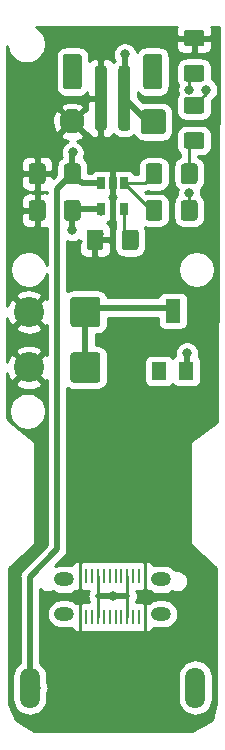
<source format=gbr>
%TF.GenerationSoftware,KiCad,Pcbnew,(5.1.6)-1*%
%TF.CreationDate,2021-02-04T17:03:45-05:00*%
%TF.ProjectId,horny_charger,686f726e-795f-4636-9861-726765722e6b,rev?*%
%TF.SameCoordinates,Original*%
%TF.FileFunction,Copper,L1,Top*%
%TF.FilePolarity,Positive*%
%FSLAX46Y46*%
G04 Gerber Fmt 4.6, Leading zero omitted, Abs format (unit mm)*
G04 Created by KiCad (PCBNEW (5.1.6)-1) date 2021-02-04 17:03:45*
%MOMM*%
%LPD*%
G01*
G04 APERTURE LIST*
%TA.AperFunction,SMDPad,CuDef*%
%ADD10R,1.300000X1.500000*%
%TD*%
%TA.AperFunction,SMDPad,CuDef*%
%ADD11R,1.300000X2.000000*%
%TD*%
%TA.AperFunction,ComponentPad*%
%ADD12C,2.100000*%
%TD*%
%TA.AperFunction,SMDPad,CuDef*%
%ADD13R,0.650000X1.060000*%
%TD*%
%TA.AperFunction,ComponentPad*%
%ADD14C,2.550000*%
%TD*%
%TA.AperFunction,ComponentPad*%
%ADD15O,1.700000X3.500000*%
%TD*%
%TA.AperFunction,ComponentPad*%
%ADD16O,1.700000X1.200000*%
%TD*%
%TA.AperFunction,SMDPad,CuDef*%
%ADD17R,0.270000X1.300000*%
%TD*%
%TA.AperFunction,ViaPad*%
%ADD18C,0.800000*%
%TD*%
%TA.AperFunction,Conductor*%
%ADD19C,0.250000*%
%TD*%
%TA.AperFunction,Conductor*%
%ADD20C,0.500000*%
%TD*%
%TA.AperFunction,Conductor*%
%ADD21C,0.254000*%
%TD*%
G04 APERTURE END LIST*
D10*
%TO.P,RV1,3*%
%TO.N,Net-(RV1-Pad3)*%
X151050000Y-69400000D03*
D11*
%TO.P,RV1,2*%
%TO.N,sw_r_to_leds*%
X152200000Y-64300000D03*
D10*
%TO.P,RV1,1*%
%TO.N,sw_to_r*%
X153350000Y-69400000D03*
%TD*%
D12*
%TO.P,REF\u002A\u002A,1*%
%TO.N,GND*%
X143675000Y-48275000D03*
%TD*%
%TO.P,REF\u002A\u002A,1*%
%TO.N,batt-charge_in*%
%TA.AperFunction,ComponentPad*%
G36*
G01*
X149500000Y-49100100D02*
X149500000Y-47499900D01*
G75*
G02*
X149749900Y-47250000I249900J0D01*
G01*
X151350100Y-47250000D01*
G75*
G02*
X151600000Y-47499900I0J-249900D01*
G01*
X151600000Y-49100100D01*
G75*
G02*
X151350100Y-49350000I-249900J0D01*
G01*
X149749900Y-49350000D01*
G75*
G02*
X149500000Y-49100100I0J249900D01*
G01*
G37*
%TD.AperFunction*%
%TD*%
%TO.P,R3,2*%
%TO.N,Net-(D2-Pad1)*%
%TA.AperFunction,SMDPad,CuDef*%
G36*
G01*
X152875000Y-53325000D02*
X152875000Y-52075000D01*
G75*
G02*
X153125000Y-51825000I250000J0D01*
G01*
X154050000Y-51825000D01*
G75*
G02*
X154300000Y-52075000I0J-250000D01*
G01*
X154300000Y-53325000D01*
G75*
G02*
X154050000Y-53575000I-250000J0D01*
G01*
X153125000Y-53575000D01*
G75*
G02*
X152875000Y-53325000I0J250000D01*
G01*
G37*
%TD.AperFunction*%
%TO.P,R3,1*%
%TO.N,charge_stat_to_r*%
%TA.AperFunction,SMDPad,CuDef*%
G36*
G01*
X149900000Y-53325000D02*
X149900000Y-52075000D01*
G75*
G02*
X150150000Y-51825000I250000J0D01*
G01*
X151075000Y-51825000D01*
G75*
G02*
X151325000Y-52075000I0J-250000D01*
G01*
X151325000Y-53325000D01*
G75*
G02*
X151075000Y-53575000I-250000J0D01*
G01*
X150150000Y-53575000D01*
G75*
G02*
X149900000Y-53325000I0J250000D01*
G01*
G37*
%TD.AperFunction*%
%TD*%
%TO.P,D2,2*%
%TO.N,+5V*%
%TA.AperFunction,SMDPad,CuDef*%
G36*
G01*
X154625000Y-47625000D02*
X153375000Y-47625000D01*
G75*
G02*
X153125000Y-47375000I0J250000D01*
G01*
X153125000Y-46450000D01*
G75*
G02*
X153375000Y-46200000I250000J0D01*
G01*
X154625000Y-46200000D01*
G75*
G02*
X154875000Y-46450000I0J-250000D01*
G01*
X154875000Y-47375000D01*
G75*
G02*
X154625000Y-47625000I-250000J0D01*
G01*
G37*
%TD.AperFunction*%
%TO.P,D2,1*%
%TO.N,Net-(D2-Pad1)*%
%TA.AperFunction,SMDPad,CuDef*%
G36*
G01*
X154625000Y-50600000D02*
X153375000Y-50600000D01*
G75*
G02*
X153125000Y-50350000I0J250000D01*
G01*
X153125000Y-49425000D01*
G75*
G02*
X153375000Y-49175000I250000J0D01*
G01*
X154625000Y-49175000D01*
G75*
G02*
X154875000Y-49425000I0J-250000D01*
G01*
X154875000Y-50350000D01*
G75*
G02*
X154625000Y-50600000I-250000J0D01*
G01*
G37*
%TD.AperFunction*%
%TD*%
%TO.P,D1,2*%
%TO.N,charge_stat_r_to_led*%
%TA.AperFunction,SMDPad,CuDef*%
G36*
G01*
X153375000Y-43475000D02*
X154625000Y-43475000D01*
G75*
G02*
X154875000Y-43725000I0J-250000D01*
G01*
X154875000Y-44650000D01*
G75*
G02*
X154625000Y-44900000I-250000J0D01*
G01*
X153375000Y-44900000D01*
G75*
G02*
X153125000Y-44650000I0J250000D01*
G01*
X153125000Y-43725000D01*
G75*
G02*
X153375000Y-43475000I250000J0D01*
G01*
G37*
%TD.AperFunction*%
%TO.P,D1,1*%
%TO.N,GND*%
%TA.AperFunction,SMDPad,CuDef*%
G36*
G01*
X153375000Y-40500000D02*
X154625000Y-40500000D01*
G75*
G02*
X154875000Y-40750000I0J-250000D01*
G01*
X154875000Y-41675000D01*
G75*
G02*
X154625000Y-41925000I-250000J0D01*
G01*
X153375000Y-41925000D01*
G75*
G02*
X153125000Y-41675000I0J250000D01*
G01*
X153125000Y-40750000D01*
G75*
G02*
X153375000Y-40500000I250000J0D01*
G01*
G37*
%TD.AperFunction*%
%TD*%
D13*
%TO.P,U1,5*%
%TO.N,charge_prog*%
X148050000Y-55700000D03*
%TO.P,U1,4*%
%TO.N,+5V*%
X146150000Y-55700000D03*
%TO.P,U1,3*%
%TO.N,batt-charge_in*%
X146150000Y-53500000D03*
%TO.P,U1,2*%
%TO.N,GND*%
X147100000Y-53500000D03*
%TO.P,U1,1*%
%TO.N,charge_stat_to_r*%
X148050000Y-53500000D03*
%TD*%
%TO.P,R2,2*%
%TO.N,charge_stat_r_to_led*%
%TA.AperFunction,SMDPad,CuDef*%
G36*
G01*
X152875000Y-56425000D02*
X152875000Y-55175000D01*
G75*
G02*
X153125000Y-54925000I250000J0D01*
G01*
X154050000Y-54925000D01*
G75*
G02*
X154300000Y-55175000I0J-250000D01*
G01*
X154300000Y-56425000D01*
G75*
G02*
X154050000Y-56675000I-250000J0D01*
G01*
X153125000Y-56675000D01*
G75*
G02*
X152875000Y-56425000I0J250000D01*
G01*
G37*
%TD.AperFunction*%
%TO.P,R2,1*%
%TO.N,charge_stat_to_r*%
%TA.AperFunction,SMDPad,CuDef*%
G36*
G01*
X149900000Y-56425000D02*
X149900000Y-55175000D01*
G75*
G02*
X150150000Y-54925000I250000J0D01*
G01*
X151075000Y-54925000D01*
G75*
G02*
X151325000Y-55175000I0J-250000D01*
G01*
X151325000Y-56425000D01*
G75*
G02*
X151075000Y-56675000I-250000J0D01*
G01*
X150150000Y-56675000D01*
G75*
G02*
X149900000Y-56425000I0J250000D01*
G01*
G37*
%TD.AperFunction*%
%TD*%
%TO.P,R1,2*%
%TO.N,charge_prog*%
%TA.AperFunction,SMDPad,CuDef*%
G36*
G01*
X147875000Y-58925000D02*
X147875000Y-57675000D01*
G75*
G02*
X148125000Y-57425000I250000J0D01*
G01*
X149050000Y-57425000D01*
G75*
G02*
X149300000Y-57675000I0J-250000D01*
G01*
X149300000Y-58925000D01*
G75*
G02*
X149050000Y-59175000I-250000J0D01*
G01*
X148125000Y-59175000D01*
G75*
G02*
X147875000Y-58925000I0J250000D01*
G01*
G37*
%TD.AperFunction*%
%TO.P,R1,1*%
%TO.N,GND*%
%TA.AperFunction,SMDPad,CuDef*%
G36*
G01*
X144900000Y-58925626D02*
X144900000Y-57674374D01*
G75*
G02*
X145149374Y-57425000I249374J0D01*
G01*
X146075626Y-57425000D01*
G75*
G02*
X146325000Y-57674374I0J-249374D01*
G01*
X146325000Y-58925626D01*
G75*
G02*
X146075626Y-59175000I-249374J0D01*
G01*
X145149374Y-59175000D01*
G75*
G02*
X144900000Y-58925626I0J249374D01*
G01*
G37*
%TD.AperFunction*%
%TD*%
%TO.P,C2,2*%
%TO.N,GND*%
%TA.AperFunction,SMDPad,CuDef*%
G36*
G01*
X141425000Y-52075000D02*
X141425000Y-53325000D01*
G75*
G02*
X141175000Y-53575000I-250000J0D01*
G01*
X140250000Y-53575000D01*
G75*
G02*
X140000000Y-53325000I0J250000D01*
G01*
X140000000Y-52075000D01*
G75*
G02*
X140250000Y-51825000I250000J0D01*
G01*
X141175000Y-51825000D01*
G75*
G02*
X141425000Y-52075000I0J-250000D01*
G01*
G37*
%TD.AperFunction*%
%TO.P,C2,1*%
%TO.N,batt-charge_in*%
%TA.AperFunction,SMDPad,CuDef*%
G36*
G01*
X144400000Y-52075000D02*
X144400000Y-53325000D01*
G75*
G02*
X144150000Y-53575000I-250000J0D01*
G01*
X143225000Y-53575000D01*
G75*
G02*
X142975000Y-53325000I0J250000D01*
G01*
X142975000Y-52075000D01*
G75*
G02*
X143225000Y-51825000I250000J0D01*
G01*
X144150000Y-51825000D01*
G75*
G02*
X144400000Y-52075000I0J-250000D01*
G01*
G37*
%TD.AperFunction*%
%TD*%
%TO.P,C1,2*%
%TO.N,+5V*%
%TA.AperFunction,SMDPad,CuDef*%
G36*
G01*
X142975000Y-56425000D02*
X142975000Y-55175000D01*
G75*
G02*
X143225000Y-54925000I250000J0D01*
G01*
X144150000Y-54925000D01*
G75*
G02*
X144400000Y-55175000I0J-250000D01*
G01*
X144400000Y-56425000D01*
G75*
G02*
X144150000Y-56675000I-250000J0D01*
G01*
X143225000Y-56675000D01*
G75*
G02*
X142975000Y-56425000I0J250000D01*
G01*
G37*
%TD.AperFunction*%
%TO.P,C1,1*%
%TO.N,GND*%
%TA.AperFunction,SMDPad,CuDef*%
G36*
G01*
X140000000Y-56425000D02*
X140000000Y-55175000D01*
G75*
G02*
X140250000Y-54925000I250000J0D01*
G01*
X141175000Y-54925000D01*
G75*
G02*
X141425000Y-55175000I0J-250000D01*
G01*
X141425000Y-56425000D01*
G75*
G02*
X141175000Y-56675000I-250000J0D01*
G01*
X140250000Y-56675000D01*
G75*
G02*
X140000000Y-56425000I0J250000D01*
G01*
G37*
%TD.AperFunction*%
%TD*%
%TO.P,REF\u002A\u002A,1*%
%TO.N,sw_r_to_leds*%
%TA.AperFunction,ComponentPad*%
G36*
G01*
X146075000Y-63374900D02*
X146075000Y-65425100D01*
G75*
G02*
X145825100Y-65675000I-249900J0D01*
G01*
X143774900Y-65675000D01*
G75*
G02*
X143525000Y-65425100I0J249900D01*
G01*
X143525000Y-63374900D01*
G75*
G02*
X143774900Y-63125000I249900J0D01*
G01*
X145825100Y-63125000D01*
G75*
G02*
X146075000Y-63374900I0J-249900D01*
G01*
G37*
%TD.AperFunction*%
D14*
%TO.P,REF\u002A\u002A,2*%
%TO.N,GND*%
X140000000Y-64400000D03*
%TD*%
%TO.P,REF\u002A\u002A,2*%
%TO.N,GND*%
X140000000Y-69100000D03*
%TO.P,REF\u002A\u002A,1*%
%TO.N,sw_r_to_leds*%
%TA.AperFunction,ComponentPad*%
G36*
G01*
X146075000Y-68074900D02*
X146075000Y-70125100D01*
G75*
G02*
X145825100Y-70375000I-249900J0D01*
G01*
X143774900Y-70375000D01*
G75*
G02*
X143525000Y-70125100I0J249900D01*
G01*
X143525000Y-68074900D01*
G75*
G02*
X143774900Y-67825000I249900J0D01*
G01*
X145825100Y-67825000D01*
G75*
G02*
X146075000Y-68074900I0J-249900D01*
G01*
G37*
%TD.AperFunction*%
%TD*%
D15*
%TO.P,SW1,1*%
%TO.N,batt-charge_in*%
X140100000Y-96200000D03*
%TO.P,SW1,2*%
%TO.N,sw_to_r*%
X154100000Y-96200000D03*
%TD*%
D16*
%TO.P,J1,S1*%
%TO.N,Net-(J1-PadS1)*%
X151200000Y-89970000D03*
X151200000Y-87030000D03*
X143000000Y-89970000D03*
D17*
%TO.P,J1,B12*%
%TO.N,GND*%
X144350000Y-90250000D03*
%TO.P,J1,B11*%
%TO.N,Net-(J1-PadB11)*%
X144850000Y-90250000D03*
%TO.P,J1,B10*%
%TO.N,Net-(J1-PadB10)*%
X145350000Y-90250000D03*
%TO.P,J1,B9*%
%TO.N,+5V*%
X145850000Y-90250000D03*
%TO.P,J1,B8*%
%TO.N,Net-(J1-PadB8)*%
X146350000Y-90250000D03*
%TO.P,J1,B7*%
%TO.N,Net-(J1-PadB7)*%
X146850000Y-90250000D03*
%TO.P,J1,B6*%
%TO.N,Net-(J1-PadB6)*%
X147350000Y-90250000D03*
%TO.P,J1,B5*%
%TO.N,Net-(J1-PadB5)*%
X147850000Y-90250000D03*
%TO.P,J1,B4*%
%TO.N,+5V*%
X148350000Y-90250000D03*
%TO.P,J1,B3*%
%TO.N,Net-(J1-PadB3)*%
X148850000Y-90250000D03*
%TO.P,J1,B2*%
%TO.N,Net-(J1-PadB2)*%
X149350000Y-90250000D03*
%TO.P,J1,B1*%
%TO.N,GND*%
X149850000Y-90250000D03*
%TO.P,J1,A11*%
%TO.N,Net-(J1-PadA11)*%
X149350000Y-86750000D03*
%TO.P,J1,A8*%
%TO.N,Net-(J1-PadA8)*%
X147850000Y-86750000D03*
%TO.P,J1,A9*%
%TO.N,+5V*%
X148350000Y-86750000D03*
%TO.P,J1,A10*%
%TO.N,Net-(J1-PadA10)*%
X148850000Y-86750000D03*
%TO.P,J1,A12*%
%TO.N,GND*%
X149850000Y-86750000D03*
%TO.P,J1,A7*%
%TO.N,Net-(J1-PadA7)*%
X147350000Y-86750000D03*
%TO.P,J1,A6*%
%TO.N,Net-(J1-PadA6)*%
X146850000Y-86750000D03*
%TO.P,J1,A5*%
%TO.N,Net-(J1-PadA5)*%
X146350000Y-86750000D03*
%TO.P,J1,A4*%
%TO.N,+5V*%
X145850000Y-86750000D03*
%TO.P,J1,A3*%
%TO.N,Net-(J1-PadA3)*%
X145350000Y-86750000D03*
%TO.P,J1,A2*%
%TO.N,Net-(J1-PadA2)*%
X144850000Y-86750000D03*
%TO.P,J1,A1*%
%TO.N,GND*%
X144350000Y-86750000D03*
D16*
%TO.P,J1,S1*%
%TO.N,Net-(J1-PadS1)*%
X143000000Y-87030000D03*
%TD*%
%TO.P,BT1,MP*%
%TO.N,N/C*%
%TA.AperFunction,SMDPad,CuDef*%
G36*
G01*
X149700000Y-45300000D02*
X149700000Y-42800000D01*
G75*
G02*
X149950000Y-42550000I250000J0D01*
G01*
X151050000Y-42550000D01*
G75*
G02*
X151300000Y-42800000I0J-250000D01*
G01*
X151300000Y-45300000D01*
G75*
G02*
X151050000Y-45550000I-250000J0D01*
G01*
X149950000Y-45550000D01*
G75*
G02*
X149700000Y-45300000I0J250000D01*
G01*
G37*
%TD.AperFunction*%
%TA.AperFunction,SMDPad,CuDef*%
G36*
G01*
X142900000Y-45300000D02*
X142900000Y-42800000D01*
G75*
G02*
X143150000Y-42550000I250000J0D01*
G01*
X144250000Y-42550000D01*
G75*
G02*
X144500000Y-42800000I0J-250000D01*
G01*
X144500000Y-45300000D01*
G75*
G02*
X144250000Y-45550000I-250000J0D01*
G01*
X143150000Y-45550000D01*
G75*
G02*
X142900000Y-45300000I0J250000D01*
G01*
G37*
%TD.AperFunction*%
%TO.P,BT1,2*%
%TO.N,batt-charge_in*%
%TA.AperFunction,SMDPad,CuDef*%
G36*
G01*
X147600000Y-48800000D02*
X147600000Y-43800000D01*
G75*
G02*
X147850000Y-43550000I250000J0D01*
G01*
X148350000Y-43550000D01*
G75*
G02*
X148600000Y-43800000I0J-250000D01*
G01*
X148600000Y-48800000D01*
G75*
G02*
X148350000Y-49050000I-250000J0D01*
G01*
X147850000Y-49050000D01*
G75*
G02*
X147600000Y-48800000I0J250000D01*
G01*
G37*
%TD.AperFunction*%
%TO.P,BT1,1*%
%TO.N,GND*%
%TA.AperFunction,SMDPad,CuDef*%
G36*
G01*
X145600000Y-48800000D02*
X145600000Y-43800000D01*
G75*
G02*
X145850000Y-43550000I250000J0D01*
G01*
X146350000Y-43550000D01*
G75*
G02*
X146600000Y-43800000I0J-250000D01*
G01*
X146600000Y-48800000D01*
G75*
G02*
X146350000Y-49050000I-250000J0D01*
G01*
X145850000Y-49050000D01*
G75*
G02*
X145600000Y-48800000I0J250000D01*
G01*
G37*
%TD.AperFunction*%
%TD*%
D18*
%TO.N,+5V*%
X155000000Y-45600000D03*
X143675000Y-57475000D03*
X147100000Y-88450000D03*
%TO.N,batt-charge_in*%
X143725000Y-50900000D03*
X148150000Y-42600000D03*
%TO.N,charge_stat_r_to_led*%
X153600000Y-45600000D03*
X153600000Y-54300000D03*
%TO.N,sw_to_r*%
X153400000Y-67900000D03*
%TD*%
D19*
%TO.N,GND*%
X149850000Y-90250000D02*
X149850000Y-91650000D01*
X144350000Y-90250000D02*
X144350000Y-91350000D01*
X149850000Y-86750000D02*
X149850000Y-85350000D01*
X144350000Y-86750000D02*
X144350000Y-85350000D01*
X149850000Y-87050000D02*
X149850000Y-90250000D01*
X149850000Y-86750000D02*
X149850000Y-87050000D01*
X144350000Y-86750000D02*
X144350000Y-90250000D01*
D20*
X147100000Y-53500000D02*
X147100000Y-52200000D01*
X147100000Y-53500000D02*
X147100000Y-54280000D01*
X147100000Y-53500000D02*
X147100000Y-56900000D01*
X146150000Y-57762500D02*
X145612500Y-58300000D01*
X146150000Y-46350000D02*
X146100000Y-46300000D01*
D19*
X144350000Y-91350000D02*
X144350000Y-91625000D01*
%TO.N,+5V*%
X145850000Y-90150000D02*
X145850000Y-88450000D01*
X145850000Y-90250000D02*
X145850000Y-90150000D01*
X148350000Y-90250000D02*
X148350000Y-88450000D01*
D20*
X146150000Y-55700000D02*
X146150000Y-56037500D01*
X143787500Y-55700000D02*
X143687500Y-55800000D01*
X146150000Y-55700000D02*
X143787500Y-55700000D01*
X146112500Y-55737500D02*
X146150000Y-55700000D01*
D19*
X148350000Y-88450000D02*
X148350000Y-86750000D01*
X145850000Y-88450000D02*
X145850000Y-86750000D01*
D20*
X144000000Y-56112500D02*
X143687500Y-55800000D01*
X145850000Y-88450000D02*
X148350000Y-88450000D01*
D19*
X154400000Y-46512500D02*
X154000000Y-46912500D01*
X155000000Y-45912500D02*
X154000000Y-46912500D01*
X155000000Y-45600000D02*
X155000000Y-45912500D01*
D20*
X143675000Y-55812500D02*
X143687500Y-55800000D01*
X143675000Y-57475000D02*
X143675000Y-55812500D01*
%TO.N,batt-charge_in*%
X140800000Y-96200000D02*
X140100000Y-96200000D01*
X143687500Y-52712500D02*
X143687500Y-52700000D01*
X140100000Y-96200000D02*
X140100000Y-86800000D01*
X140100000Y-86800000D02*
X142400000Y-84500000D01*
X144487500Y-53500000D02*
X143687500Y-52700000D01*
X146150000Y-53500000D02*
X144487500Y-53500000D01*
X143687500Y-52700000D02*
X143700000Y-52700000D01*
X142400000Y-53987500D02*
X143687500Y-52700000D01*
X142400000Y-84500000D02*
X142400000Y-53987500D01*
X143687500Y-50937500D02*
X143725000Y-50900000D01*
X143687500Y-52700000D02*
X143687500Y-50937500D01*
X148150000Y-46250000D02*
X148100000Y-46300000D01*
X148150000Y-42600000D02*
X148150000Y-46250000D01*
X150100000Y-48300000D02*
X148100000Y-46300000D01*
X150550000Y-48300000D02*
X150100000Y-48300000D01*
%TO.N,charge_stat_r_to_led*%
X153600000Y-55787500D02*
X153587500Y-55800000D01*
D19*
X153600000Y-54300000D02*
X153600000Y-55787500D01*
X153600000Y-44587500D02*
X154000000Y-44187500D01*
X153600000Y-45600000D02*
X153600000Y-44587500D01*
%TO.N,charge_stat_to_r*%
X149812500Y-53500000D02*
X150612500Y-52700000D01*
X148050000Y-53500000D02*
X149812500Y-53500000D01*
X150350000Y-55800000D02*
X148050000Y-53500000D01*
X150612500Y-55800000D02*
X150350000Y-55800000D01*
%TO.N,charge_prog*%
X148050000Y-57762500D02*
X148587500Y-58300000D01*
X148050000Y-55700000D02*
X148050000Y-57762500D01*
%TO.N,Net-(D2-Pad1)*%
X153587500Y-50300000D02*
X154000000Y-49887500D01*
X153587500Y-52700000D02*
X153587500Y-50300000D01*
D20*
%TO.N,sw_r_to_leds*%
X145150000Y-64050000D02*
X144800000Y-64400000D01*
X152200000Y-64050000D02*
X145150000Y-64050000D01*
X144800000Y-69100000D02*
X144800000Y-64400000D01*
%TO.N,sw_to_r*%
X153400000Y-69600000D02*
X153350000Y-69550000D01*
X153400000Y-69500000D02*
X153350000Y-69550000D01*
X153400000Y-67900000D02*
X153400000Y-69500000D01*
%TD*%
D21*
%TO.N,GND*%
G36*
X152535498Y-40255820D02*
G01*
X152499188Y-40375518D01*
X152486928Y-40500000D01*
X152490000Y-40926750D01*
X152648750Y-41085500D01*
X153873000Y-41085500D01*
X153873000Y-41065500D01*
X154127000Y-41065500D01*
X154127000Y-41085500D01*
X155351250Y-41085500D01*
X155510000Y-40926750D01*
X155513072Y-40500000D01*
X155500812Y-40375518D01*
X155464502Y-40255820D01*
X155462460Y-40252000D01*
X156072549Y-40252000D01*
X155973197Y-73733503D01*
X153727475Y-75295745D01*
X153708529Y-75311897D01*
X153693099Y-75331435D01*
X153681777Y-75353608D01*
X153674998Y-75377564D01*
X153673000Y-75400000D01*
X153673000Y-84000000D01*
X153675440Y-84024776D01*
X153682667Y-84048601D01*
X153694403Y-84070557D01*
X153714571Y-84093972D01*
X155872951Y-86056136D01*
X155863015Y-97532864D01*
X155481666Y-98924786D01*
X153818601Y-99844582D01*
X153786083Y-99848000D01*
X140531886Y-99848000D01*
X140484122Y-99843317D01*
X138901203Y-98912188D01*
X138346957Y-97564796D01*
X138327097Y-86056092D01*
X140485429Y-84093972D01*
X140502121Y-84075500D01*
X140514888Y-84054127D01*
X140523240Y-84030673D01*
X140527000Y-84000000D01*
X140527000Y-75400000D01*
X140524560Y-75375224D01*
X140517333Y-75351399D01*
X140505597Y-75329443D01*
X140489803Y-75310197D01*
X140478829Y-75300426D01*
X138225804Y-73516781D01*
X138169843Y-73301648D01*
X138152000Y-73074435D01*
X138152000Y-72645917D01*
X138335570Y-72645917D01*
X138335570Y-72954083D01*
X138395690Y-73256328D01*
X138513620Y-73541036D01*
X138684828Y-73797266D01*
X138902734Y-74015172D01*
X139158964Y-74186380D01*
X139443672Y-74304310D01*
X139745917Y-74364430D01*
X140054083Y-74364430D01*
X140356328Y-74304310D01*
X140641036Y-74186380D01*
X140897266Y-74015172D01*
X141115172Y-73797266D01*
X141286380Y-73541036D01*
X141404310Y-73256328D01*
X141464430Y-72954083D01*
X141464430Y-72645917D01*
X141404310Y-72343672D01*
X141286380Y-72058964D01*
X141115172Y-71802734D01*
X140897266Y-71584828D01*
X140641036Y-71413620D01*
X140356328Y-71295690D01*
X140054083Y-71235570D01*
X139745917Y-71235570D01*
X139443672Y-71295690D01*
X139158964Y-71413620D01*
X138902734Y-71584828D01*
X138684828Y-71802734D01*
X138513620Y-72058964D01*
X138395690Y-72343672D01*
X138335570Y-72645917D01*
X138152000Y-72645917D01*
X138152000Y-70431415D01*
X138848190Y-70431415D01*
X138977116Y-70723945D01*
X139313586Y-70892296D01*
X139676435Y-70991771D01*
X140051718Y-71018545D01*
X140425015Y-70971591D01*
X140781978Y-70852713D01*
X141022884Y-70723945D01*
X141151810Y-70431415D01*
X140000000Y-69279605D01*
X138848190Y-70431415D01*
X138152000Y-70431415D01*
X138152000Y-69595853D01*
X138247287Y-69881978D01*
X138376055Y-70122884D01*
X138668585Y-70251810D01*
X139820395Y-69100000D01*
X138668585Y-67948190D01*
X138376055Y-68077116D01*
X138207704Y-68413586D01*
X138152000Y-68616774D01*
X138152000Y-67768585D01*
X138848190Y-67768585D01*
X140000000Y-68920395D01*
X141151810Y-67768585D01*
X141022884Y-67476055D01*
X140686414Y-67307704D01*
X140323565Y-67208229D01*
X139948282Y-67181455D01*
X139574985Y-67228409D01*
X139218022Y-67347287D01*
X138977116Y-67476055D01*
X138848190Y-67768585D01*
X138152000Y-67768585D01*
X138152000Y-65731415D01*
X138848190Y-65731415D01*
X138977116Y-66023945D01*
X139313586Y-66192296D01*
X139676435Y-66291771D01*
X140051718Y-66318545D01*
X140425015Y-66271591D01*
X140781978Y-66152713D01*
X141022884Y-66023945D01*
X141151810Y-65731415D01*
X140000000Y-64579605D01*
X138848190Y-65731415D01*
X138152000Y-65731415D01*
X138152000Y-64895853D01*
X138247287Y-65181978D01*
X138376055Y-65422884D01*
X138668585Y-65551810D01*
X139820395Y-64400000D01*
X138668585Y-63248190D01*
X138376055Y-63377116D01*
X138207704Y-63713586D01*
X138152000Y-63916774D01*
X138152000Y-63068585D01*
X138848190Y-63068585D01*
X140000000Y-64220395D01*
X141151810Y-63068585D01*
X141022884Y-62776055D01*
X140686414Y-62607704D01*
X140323565Y-62508229D01*
X139948282Y-62481455D01*
X139574985Y-62528409D01*
X139218022Y-62647287D01*
X138977116Y-62776055D01*
X138848190Y-63068585D01*
X138152000Y-63068585D01*
X138152000Y-60645917D01*
X138435570Y-60645917D01*
X138435570Y-60954083D01*
X138495690Y-61256328D01*
X138613620Y-61541036D01*
X138784828Y-61797266D01*
X139002734Y-62015172D01*
X139258964Y-62186380D01*
X139543672Y-62304310D01*
X139845917Y-62364430D01*
X140154083Y-62364430D01*
X140456328Y-62304310D01*
X140741036Y-62186380D01*
X140997266Y-62015172D01*
X141215172Y-61797266D01*
X141386380Y-61541036D01*
X141504310Y-61256328D01*
X141523001Y-61162363D01*
X141523001Y-63332627D01*
X141331415Y-63248190D01*
X140179605Y-64400000D01*
X141331415Y-65551810D01*
X141523001Y-65467373D01*
X141523001Y-68032627D01*
X141331415Y-67948190D01*
X140179605Y-69100000D01*
X141331415Y-70251810D01*
X141523000Y-70167373D01*
X141523000Y-84136735D01*
X139510327Y-86149408D01*
X139476868Y-86176867D01*
X139449409Y-86210326D01*
X139449406Y-86210329D01*
X139367274Y-86310408D01*
X139285838Y-86462764D01*
X139235690Y-86628078D01*
X139218757Y-86800000D01*
X139223001Y-86843090D01*
X139223000Y-94109025D01*
X139050550Y-94250550D01*
X138865978Y-94475454D01*
X138728828Y-94732043D01*
X138644371Y-95010458D01*
X138623000Y-95227445D01*
X138623000Y-97172556D01*
X138644372Y-97389543D01*
X138728829Y-97667958D01*
X138865979Y-97924547D01*
X139050551Y-98149450D01*
X139275454Y-98334022D01*
X139532043Y-98471172D01*
X139810458Y-98555629D01*
X140100000Y-98584146D01*
X140389543Y-98555629D01*
X140667958Y-98471172D01*
X140924547Y-98334022D01*
X141149450Y-98149450D01*
X141334022Y-97924547D01*
X141471172Y-97667958D01*
X141555629Y-97389543D01*
X141577000Y-97172556D01*
X141577000Y-96606763D01*
X141614162Y-96537237D01*
X141664310Y-96371922D01*
X141681243Y-96200000D01*
X141664310Y-96028078D01*
X141614162Y-95862763D01*
X141577000Y-95793237D01*
X141577000Y-95227445D01*
X152623000Y-95227445D01*
X152623000Y-97172556D01*
X152644372Y-97389543D01*
X152728829Y-97667958D01*
X152865979Y-97924547D01*
X153050551Y-98149450D01*
X153275454Y-98334022D01*
X153532043Y-98471172D01*
X153810458Y-98555629D01*
X154100000Y-98584146D01*
X154389543Y-98555629D01*
X154667958Y-98471172D01*
X154924547Y-98334022D01*
X155149450Y-98149450D01*
X155334022Y-97924547D01*
X155471172Y-97667958D01*
X155555629Y-97389543D01*
X155577000Y-97172556D01*
X155577000Y-95227444D01*
X155555629Y-95010457D01*
X155471172Y-94732042D01*
X155334022Y-94475453D01*
X155149450Y-94250550D01*
X154924546Y-94065978D01*
X154667957Y-93928828D01*
X154389542Y-93844371D01*
X154100000Y-93815854D01*
X153810457Y-93844371D01*
X153532042Y-93928828D01*
X153275453Y-94065978D01*
X153050550Y-94250550D01*
X152865978Y-94475454D01*
X152728828Y-94732043D01*
X152644371Y-95010458D01*
X152623000Y-95227445D01*
X141577000Y-95227445D01*
X141577000Y-95227444D01*
X141555629Y-95010457D01*
X141471172Y-94732042D01*
X141334022Y-94475453D01*
X141149450Y-94250550D01*
X140977000Y-94109025D01*
X140977000Y-87887976D01*
X141009072Y-87920048D01*
X141160901Y-88021496D01*
X141329604Y-88091376D01*
X141508699Y-88127000D01*
X141691301Y-88127000D01*
X141870396Y-88091376D01*
X142029072Y-88025649D01*
X142065017Y-88055149D01*
X142278176Y-88169084D01*
X142509466Y-88239245D01*
X142689732Y-88257000D01*
X143310268Y-88257000D01*
X143490534Y-88239245D01*
X143721824Y-88169084D01*
X143934983Y-88055149D01*
X144003415Y-87998988D01*
X144080268Y-88023685D01*
X144183250Y-88035000D01*
X144326209Y-87892041D01*
X144364972Y-87923853D01*
X144452259Y-87970509D01*
X144516750Y-88035000D01*
X144619732Y-88023685D01*
X144626961Y-88021362D01*
X144715000Y-88030033D01*
X144985000Y-88030033D01*
X145085340Y-88020150D01*
X145035838Y-88112763D01*
X144985690Y-88278078D01*
X144968757Y-88450000D01*
X144985690Y-88621922D01*
X145035838Y-88787237D01*
X145098001Y-88903536D01*
X145098001Y-88981097D01*
X144985000Y-88969967D01*
X144715000Y-88969967D01*
X144626961Y-88978638D01*
X144619732Y-88976315D01*
X144516750Y-88965000D01*
X144452259Y-89029491D01*
X144364972Y-89076147D01*
X144326209Y-89107959D01*
X144183250Y-88965000D01*
X144080268Y-88976315D01*
X144003415Y-89001012D01*
X143934983Y-88944851D01*
X143721824Y-88830916D01*
X143490534Y-88760755D01*
X143310268Y-88743000D01*
X142689732Y-88743000D01*
X142509466Y-88760755D01*
X142278176Y-88830916D01*
X142065017Y-88944851D01*
X141878183Y-89098183D01*
X141724851Y-89285017D01*
X141610916Y-89498176D01*
X141540755Y-89729466D01*
X141517064Y-89970000D01*
X141540755Y-90210534D01*
X141610916Y-90441824D01*
X141724851Y-90654983D01*
X141878183Y-90841817D01*
X142065017Y-90995149D01*
X142278176Y-91109084D01*
X142509466Y-91179245D01*
X142689732Y-91197000D01*
X143310268Y-91197000D01*
X143490534Y-91179245D01*
X143623803Y-91138818D01*
X143678718Y-91245742D01*
X143756474Y-91343722D01*
X143851850Y-91424650D01*
X143961182Y-91485416D01*
X144080268Y-91523685D01*
X144183250Y-91535000D01*
X144326209Y-91392041D01*
X144364972Y-91423853D01*
X144452259Y-91470509D01*
X144516750Y-91535000D01*
X144619732Y-91523685D01*
X144626961Y-91521362D01*
X144715000Y-91530033D01*
X144985000Y-91530033D01*
X145100000Y-91518706D01*
X145215000Y-91530033D01*
X145485000Y-91530033D01*
X145600000Y-91518706D01*
X145715000Y-91530033D01*
X145985000Y-91530033D01*
X146100000Y-91518706D01*
X146215000Y-91530033D01*
X146485000Y-91530033D01*
X146600000Y-91518706D01*
X146715000Y-91530033D01*
X146985000Y-91530033D01*
X147100000Y-91518706D01*
X147215000Y-91530033D01*
X147485000Y-91530033D01*
X147600000Y-91518706D01*
X147715000Y-91530033D01*
X147985000Y-91530033D01*
X148100000Y-91518706D01*
X148215000Y-91530033D01*
X148485000Y-91530033D01*
X148600000Y-91518706D01*
X148715000Y-91530033D01*
X148985000Y-91530033D01*
X149100000Y-91518706D01*
X149215000Y-91530033D01*
X149485000Y-91530033D01*
X149573039Y-91521362D01*
X149580268Y-91523685D01*
X149683250Y-91535000D01*
X149747741Y-91470509D01*
X149835028Y-91423853D01*
X149873791Y-91392041D01*
X150016750Y-91535000D01*
X150119732Y-91523685D01*
X150238818Y-91485416D01*
X150348150Y-91424650D01*
X150443526Y-91343722D01*
X150521282Y-91245742D01*
X150576197Y-91138818D01*
X150709466Y-91179245D01*
X150889732Y-91197000D01*
X151510268Y-91197000D01*
X151690534Y-91179245D01*
X151921824Y-91109084D01*
X152134983Y-90995149D01*
X152321817Y-90841817D01*
X152475149Y-90654983D01*
X152589084Y-90441824D01*
X152659245Y-90210534D01*
X152682936Y-89970000D01*
X152659245Y-89729466D01*
X152589084Y-89498176D01*
X152475149Y-89285017D01*
X152321817Y-89098183D01*
X152134983Y-88944851D01*
X151921824Y-88830916D01*
X151690534Y-88760755D01*
X151510268Y-88743000D01*
X150889732Y-88743000D01*
X150709466Y-88760755D01*
X150478176Y-88830916D01*
X150265017Y-88944851D01*
X150196585Y-89001012D01*
X150119732Y-88976315D01*
X150016750Y-88965000D01*
X149873791Y-89107959D01*
X149835028Y-89076147D01*
X149747741Y-89029491D01*
X149683250Y-88965000D01*
X149580268Y-88976315D01*
X149573039Y-88978638D01*
X149485000Y-88969967D01*
X149215000Y-88969967D01*
X149102000Y-88981097D01*
X149102000Y-88903535D01*
X149164162Y-88787237D01*
X149214310Y-88621922D01*
X149231243Y-88450000D01*
X149214310Y-88278078D01*
X149164162Y-88112763D01*
X149114660Y-88020150D01*
X149215000Y-88030033D01*
X149485000Y-88030033D01*
X149573039Y-88021362D01*
X149580268Y-88023685D01*
X149683250Y-88035000D01*
X149747741Y-87970509D01*
X149835028Y-87923853D01*
X149873791Y-87892041D01*
X150016750Y-88035000D01*
X150119732Y-88023685D01*
X150196585Y-87998988D01*
X150265017Y-88055149D01*
X150478176Y-88169084D01*
X150709466Y-88239245D01*
X150889732Y-88257000D01*
X151510268Y-88257000D01*
X151690534Y-88239245D01*
X151921824Y-88169084D01*
X152134983Y-88055149D01*
X152170928Y-88025649D01*
X152329604Y-88091376D01*
X152508699Y-88127000D01*
X152691301Y-88127000D01*
X152870396Y-88091376D01*
X153039099Y-88021496D01*
X153190928Y-87920048D01*
X153320048Y-87790928D01*
X153421496Y-87639099D01*
X153491376Y-87470396D01*
X153527000Y-87291301D01*
X153527000Y-87108699D01*
X153491376Y-86929604D01*
X153421496Y-86760901D01*
X153320048Y-86609072D01*
X153190928Y-86479952D01*
X153039099Y-86378504D01*
X152870396Y-86308624D01*
X152691301Y-86273000D01*
X152508699Y-86273000D01*
X152429048Y-86288843D01*
X152321817Y-86158183D01*
X152134983Y-86004851D01*
X151921824Y-85890916D01*
X151690534Y-85820755D01*
X151510268Y-85803000D01*
X150889732Y-85803000D01*
X150709466Y-85820755D01*
X150576197Y-85861182D01*
X150521282Y-85754258D01*
X150443526Y-85656278D01*
X150348150Y-85575350D01*
X150238818Y-85514584D01*
X150119732Y-85476315D01*
X150016750Y-85465000D01*
X149873791Y-85607959D01*
X149835028Y-85576147D01*
X149747741Y-85529491D01*
X149683250Y-85465000D01*
X149580268Y-85476315D01*
X149573039Y-85478638D01*
X149485000Y-85469967D01*
X149215000Y-85469967D01*
X149100000Y-85481294D01*
X148985000Y-85469967D01*
X148715000Y-85469967D01*
X148600000Y-85481294D01*
X148485000Y-85469967D01*
X148215000Y-85469967D01*
X148100000Y-85481294D01*
X147985000Y-85469967D01*
X147715000Y-85469967D01*
X147600000Y-85481294D01*
X147485000Y-85469967D01*
X147215000Y-85469967D01*
X147100000Y-85481294D01*
X146985000Y-85469967D01*
X146715000Y-85469967D01*
X146600000Y-85481294D01*
X146485000Y-85469967D01*
X146215000Y-85469967D01*
X146100000Y-85481294D01*
X145985000Y-85469967D01*
X145715000Y-85469967D01*
X145600000Y-85481294D01*
X145485000Y-85469967D01*
X145215000Y-85469967D01*
X145100000Y-85481294D01*
X144985000Y-85469967D01*
X144715000Y-85469967D01*
X144626961Y-85478638D01*
X144619732Y-85476315D01*
X144516750Y-85465000D01*
X144452259Y-85529491D01*
X144364972Y-85576147D01*
X144326209Y-85607959D01*
X144183250Y-85465000D01*
X144080268Y-85476315D01*
X143961182Y-85514584D01*
X143851850Y-85575350D01*
X143756474Y-85656278D01*
X143678718Y-85754258D01*
X143623803Y-85861182D01*
X143490534Y-85820755D01*
X143310268Y-85803000D01*
X142689732Y-85803000D01*
X142509466Y-85820755D01*
X142278176Y-85890916D01*
X142216248Y-85924017D01*
X142989669Y-85150596D01*
X143023133Y-85123133D01*
X143132727Y-84989592D01*
X143214162Y-84837237D01*
X143264310Y-84671922D01*
X143277000Y-84543079D01*
X143277000Y-84543078D01*
X143281243Y-84500001D01*
X143277000Y-84456924D01*
X143277000Y-70849323D01*
X143286035Y-70856738D01*
X143438164Y-70938052D01*
X143603234Y-70988125D01*
X143774900Y-71005033D01*
X145825100Y-71005033D01*
X145996766Y-70988125D01*
X146161836Y-70938052D01*
X146313965Y-70856738D01*
X146447307Y-70747307D01*
X146556738Y-70613965D01*
X146638052Y-70461836D01*
X146688125Y-70296766D01*
X146705033Y-70125100D01*
X146705033Y-68650000D01*
X149769967Y-68650000D01*
X149769967Y-70150000D01*
X149782073Y-70272913D01*
X149817925Y-70391103D01*
X149876147Y-70500028D01*
X149954499Y-70595501D01*
X150049972Y-70673853D01*
X150158897Y-70732075D01*
X150277087Y-70767927D01*
X150400000Y-70780033D01*
X151700000Y-70780033D01*
X151822913Y-70767927D01*
X151941103Y-70732075D01*
X152050028Y-70673853D01*
X152145501Y-70595501D01*
X152200000Y-70529093D01*
X152254499Y-70595501D01*
X152349972Y-70673853D01*
X152458897Y-70732075D01*
X152577087Y-70767927D01*
X152700000Y-70780033D01*
X154000000Y-70780033D01*
X154122913Y-70767927D01*
X154241103Y-70732075D01*
X154350028Y-70673853D01*
X154445501Y-70595501D01*
X154523853Y-70500028D01*
X154582075Y-70391103D01*
X154617927Y-70272913D01*
X154630033Y-70150000D01*
X154630033Y-68650000D01*
X154617927Y-68527087D01*
X154582075Y-68408897D01*
X154523853Y-68299972D01*
X154445501Y-68204499D01*
X154394824Y-68162910D01*
X154427000Y-68001151D01*
X154427000Y-67798849D01*
X154387533Y-67600435D01*
X154310115Y-67413533D01*
X154197723Y-67245326D01*
X154054674Y-67102277D01*
X153886467Y-66989885D01*
X153699565Y-66912467D01*
X153501151Y-66873000D01*
X153298849Y-66873000D01*
X153100435Y-66912467D01*
X152913533Y-66989885D01*
X152745326Y-67102277D01*
X152602277Y-67245326D01*
X152489885Y-67413533D01*
X152412467Y-67600435D01*
X152373000Y-67798849D01*
X152373000Y-68001151D01*
X152393261Y-68103009D01*
X152349972Y-68126147D01*
X152254499Y-68204499D01*
X152200000Y-68270907D01*
X152145501Y-68204499D01*
X152050028Y-68126147D01*
X151941103Y-68067925D01*
X151822913Y-68032073D01*
X151700000Y-68019967D01*
X150400000Y-68019967D01*
X150277087Y-68032073D01*
X150158897Y-68067925D01*
X150049972Y-68126147D01*
X149954499Y-68204499D01*
X149876147Y-68299972D01*
X149817925Y-68408897D01*
X149782073Y-68527087D01*
X149769967Y-68650000D01*
X146705033Y-68650000D01*
X146705033Y-68074900D01*
X146688125Y-67903234D01*
X146638052Y-67738164D01*
X146556738Y-67586035D01*
X146447307Y-67452693D01*
X146313965Y-67343262D01*
X146161836Y-67261948D01*
X145996766Y-67211875D01*
X145825100Y-67194967D01*
X145677000Y-67194967D01*
X145677000Y-66305033D01*
X145825100Y-66305033D01*
X145996766Y-66288125D01*
X146161836Y-66238052D01*
X146313965Y-66156738D01*
X146447307Y-66047307D01*
X146556738Y-65913965D01*
X146638052Y-65761836D01*
X146688125Y-65596766D01*
X146705033Y-65425100D01*
X146705033Y-64927000D01*
X150919967Y-64927000D01*
X150919967Y-65300000D01*
X150932073Y-65422913D01*
X150967925Y-65541103D01*
X151026147Y-65650028D01*
X151104499Y-65745501D01*
X151199972Y-65823853D01*
X151308897Y-65882075D01*
X151427087Y-65917927D01*
X151550000Y-65930033D01*
X152850000Y-65930033D01*
X152972913Y-65917927D01*
X153091103Y-65882075D01*
X153200028Y-65823853D01*
X153295501Y-65745501D01*
X153373853Y-65650028D01*
X153432075Y-65541103D01*
X153467927Y-65422913D01*
X153480033Y-65300000D01*
X153480033Y-63300000D01*
X153467927Y-63177087D01*
X153432075Y-63058897D01*
X153373853Y-62949972D01*
X153295501Y-62854499D01*
X153200028Y-62776147D01*
X153091103Y-62717925D01*
X152972913Y-62682073D01*
X152850000Y-62669967D01*
X151550000Y-62669967D01*
X151427087Y-62682073D01*
X151308897Y-62717925D01*
X151199972Y-62776147D01*
X151104499Y-62854499D01*
X151026147Y-62949972D01*
X150967925Y-63058897D01*
X150933313Y-63173000D01*
X146678954Y-63173000D01*
X146638052Y-63038164D01*
X146556738Y-62886035D01*
X146447307Y-62752693D01*
X146313965Y-62643262D01*
X146161836Y-62561948D01*
X145996766Y-62511875D01*
X145825100Y-62494967D01*
X143774900Y-62494967D01*
X143603234Y-62511875D01*
X143438164Y-62561948D01*
X143286035Y-62643262D01*
X143277000Y-62650677D01*
X143277000Y-60645917D01*
X152635570Y-60645917D01*
X152635570Y-60954083D01*
X152695690Y-61256328D01*
X152813620Y-61541036D01*
X152984828Y-61797266D01*
X153202734Y-62015172D01*
X153458964Y-62186380D01*
X153743672Y-62304310D01*
X154045917Y-62364430D01*
X154354083Y-62364430D01*
X154656328Y-62304310D01*
X154941036Y-62186380D01*
X155197266Y-62015172D01*
X155415172Y-61797266D01*
X155586380Y-61541036D01*
X155704310Y-61256328D01*
X155764430Y-60954083D01*
X155764430Y-60645917D01*
X155704310Y-60343672D01*
X155586380Y-60058964D01*
X155415172Y-59802734D01*
X155197266Y-59584828D01*
X154941036Y-59413620D01*
X154656328Y-59295690D01*
X154354083Y-59235570D01*
X154045917Y-59235570D01*
X153743672Y-59295690D01*
X153458964Y-59413620D01*
X153202734Y-59584828D01*
X152984828Y-59802734D01*
X152813620Y-60058964D01*
X152695690Y-60343672D01*
X152635570Y-60645917D01*
X143277000Y-60645917D01*
X143277000Y-58421760D01*
X143375435Y-58462533D01*
X143573849Y-58502000D01*
X143776151Y-58502000D01*
X143974565Y-58462533D01*
X144161467Y-58385115D01*
X144265000Y-58315937D01*
X144265000Y-58427002D01*
X144423748Y-58427002D01*
X144265000Y-58585750D01*
X144261928Y-59175000D01*
X144274188Y-59299482D01*
X144310498Y-59419180D01*
X144369463Y-59529494D01*
X144448815Y-59626185D01*
X144545506Y-59705537D01*
X144655820Y-59764502D01*
X144775518Y-59800812D01*
X144900000Y-59813072D01*
X145326750Y-59810000D01*
X145485500Y-59651250D01*
X145485500Y-58427000D01*
X145739500Y-58427000D01*
X145739500Y-59651250D01*
X145898250Y-59810000D01*
X146325000Y-59813072D01*
X146449482Y-59800812D01*
X146569180Y-59764502D01*
X146679494Y-59705537D01*
X146776185Y-59626185D01*
X146855537Y-59529494D01*
X146914502Y-59419180D01*
X146950812Y-59299482D01*
X146963072Y-59175000D01*
X146960000Y-58585750D01*
X146801250Y-58427000D01*
X145739500Y-58427000D01*
X145485500Y-58427000D01*
X145465500Y-58427000D01*
X145465500Y-58173000D01*
X145485500Y-58173000D01*
X145485500Y-58153000D01*
X145739500Y-58153000D01*
X145739500Y-58173000D01*
X146801250Y-58173000D01*
X146960000Y-58014250D01*
X146963072Y-57425000D01*
X146950812Y-57300518D01*
X146914502Y-57180820D01*
X146855537Y-57070506D01*
X146776185Y-56973815D01*
X146679494Y-56894463D01*
X146593285Y-56848383D01*
X146597913Y-56847927D01*
X146716103Y-56812075D01*
X146825028Y-56753853D01*
X146920501Y-56675501D01*
X146998853Y-56580028D01*
X147057075Y-56471103D01*
X147092927Y-56352913D01*
X147100000Y-56281100D01*
X147107073Y-56352913D01*
X147142925Y-56471103D01*
X147201147Y-56580028D01*
X147279499Y-56675501D01*
X147298000Y-56690685D01*
X147298001Y-57384230D01*
X147261877Y-57503314D01*
X147244967Y-57675000D01*
X147244967Y-58925000D01*
X147261877Y-59096686D01*
X147311956Y-59261774D01*
X147393279Y-59413920D01*
X147502723Y-59547277D01*
X147636080Y-59656721D01*
X147788226Y-59738044D01*
X147953314Y-59788123D01*
X148125000Y-59805033D01*
X149050000Y-59805033D01*
X149221686Y-59788123D01*
X149386774Y-59738044D01*
X149538920Y-59656721D01*
X149672277Y-59547277D01*
X149781721Y-59413920D01*
X149863044Y-59261774D01*
X149913123Y-59096686D01*
X149930033Y-58925000D01*
X149930033Y-57675000D01*
X149913123Y-57503314D01*
X149863044Y-57338226D01*
X149808004Y-57235253D01*
X149813226Y-57238044D01*
X149978314Y-57288123D01*
X150150000Y-57305033D01*
X151075000Y-57305033D01*
X151246686Y-57288123D01*
X151411774Y-57238044D01*
X151563920Y-57156721D01*
X151697277Y-57047277D01*
X151806721Y-56913920D01*
X151888044Y-56761774D01*
X151938123Y-56596686D01*
X151955033Y-56425000D01*
X151955033Y-55175000D01*
X151938123Y-55003314D01*
X151888044Y-54838226D01*
X151806721Y-54686080D01*
X151697277Y-54552723D01*
X151563920Y-54443279D01*
X151411774Y-54361956D01*
X151246686Y-54311877D01*
X151075000Y-54294967D01*
X150150000Y-54294967D01*
X149978314Y-54311877D01*
X149937689Y-54324200D01*
X149864049Y-54250561D01*
X149959918Y-54241119D01*
X150096308Y-54199745D01*
X150150000Y-54205033D01*
X151075000Y-54205033D01*
X151246686Y-54188123D01*
X151411774Y-54138044D01*
X151563920Y-54056721D01*
X151697277Y-53947277D01*
X151806721Y-53813920D01*
X151888044Y-53661774D01*
X151938123Y-53496686D01*
X151955033Y-53325000D01*
X151955033Y-52075000D01*
X152244967Y-52075000D01*
X152244967Y-53325000D01*
X152261877Y-53496686D01*
X152311956Y-53661774D01*
X152393279Y-53813920D01*
X152502723Y-53947277D01*
X152606156Y-54032163D01*
X152573000Y-54198849D01*
X152573000Y-54401151D01*
X152589056Y-54481871D01*
X152502723Y-54552723D01*
X152393279Y-54686080D01*
X152311956Y-54838226D01*
X152261877Y-55003314D01*
X152244967Y-55175000D01*
X152244967Y-56425000D01*
X152261877Y-56596686D01*
X152311956Y-56761774D01*
X152393279Y-56913920D01*
X152502723Y-57047277D01*
X152636080Y-57156721D01*
X152788226Y-57238044D01*
X152953314Y-57288123D01*
X153125000Y-57305033D01*
X154050000Y-57305033D01*
X154221686Y-57288123D01*
X154386774Y-57238044D01*
X154538920Y-57156721D01*
X154672277Y-57047277D01*
X154781721Y-56913920D01*
X154863044Y-56761774D01*
X154913123Y-56596686D01*
X154930033Y-56425000D01*
X154930033Y-55175000D01*
X154913123Y-55003314D01*
X154863044Y-54838226D01*
X154781721Y-54686080D01*
X154672277Y-54552723D01*
X154607435Y-54499509D01*
X154627000Y-54401151D01*
X154627000Y-54198849D01*
X154590336Y-54014525D01*
X154672277Y-53947277D01*
X154781721Y-53813920D01*
X154863044Y-53661774D01*
X154913123Y-53496686D01*
X154930033Y-53325000D01*
X154930033Y-52075000D01*
X154913123Y-51903314D01*
X154863044Y-51738226D01*
X154781721Y-51586080D01*
X154672277Y-51452723D01*
X154538920Y-51343279D01*
X154386774Y-51261956D01*
X154339500Y-51247616D01*
X154339500Y-51230033D01*
X154625000Y-51230033D01*
X154796686Y-51213123D01*
X154961774Y-51163044D01*
X155113920Y-51081721D01*
X155247277Y-50972277D01*
X155356721Y-50838920D01*
X155438044Y-50686774D01*
X155488123Y-50521686D01*
X155505033Y-50350000D01*
X155505033Y-49425000D01*
X155488123Y-49253314D01*
X155438044Y-49088226D01*
X155356721Y-48936080D01*
X155247277Y-48802723D01*
X155113920Y-48693279D01*
X154961774Y-48611956D01*
X154796686Y-48561877D01*
X154625000Y-48544967D01*
X153375000Y-48544967D01*
X153203314Y-48561877D01*
X153038226Y-48611956D01*
X152886080Y-48693279D01*
X152752723Y-48802723D01*
X152643279Y-48936080D01*
X152561956Y-49088226D01*
X152511877Y-49253314D01*
X152494967Y-49425000D01*
X152494967Y-50350000D01*
X152511877Y-50521686D01*
X152561956Y-50686774D01*
X152643279Y-50838920D01*
X152752723Y-50972277D01*
X152835501Y-51040211D01*
X152835501Y-51247615D01*
X152788226Y-51261956D01*
X152636080Y-51343279D01*
X152502723Y-51452723D01*
X152393279Y-51586080D01*
X152311956Y-51738226D01*
X152261877Y-51903314D01*
X152244967Y-52075000D01*
X151955033Y-52075000D01*
X151938123Y-51903314D01*
X151888044Y-51738226D01*
X151806721Y-51586080D01*
X151697277Y-51452723D01*
X151563920Y-51343279D01*
X151411774Y-51261956D01*
X151246686Y-51211877D01*
X151075000Y-51194967D01*
X150150000Y-51194967D01*
X149978314Y-51211877D01*
X149813226Y-51261956D01*
X149661080Y-51343279D01*
X149527723Y-51452723D01*
X149418279Y-51586080D01*
X149336956Y-51738226D01*
X149286877Y-51903314D01*
X149269967Y-52075000D01*
X149269967Y-52748000D01*
X148962870Y-52748000D01*
X148957075Y-52728897D01*
X148898853Y-52619972D01*
X148820501Y-52524499D01*
X148725028Y-52446147D01*
X148616103Y-52387925D01*
X148497913Y-52352073D01*
X148375000Y-52339967D01*
X147725000Y-52339967D01*
X147602087Y-52352073D01*
X147588781Y-52356109D01*
X147549482Y-52344188D01*
X147425000Y-52331928D01*
X147385750Y-52335000D01*
X147227000Y-52493750D01*
X147227000Y-52588470D01*
X147201147Y-52619972D01*
X147142925Y-52728897D01*
X147107073Y-52847087D01*
X147100000Y-52918900D01*
X147092927Y-52847087D01*
X147057075Y-52728897D01*
X146998853Y-52619972D01*
X146973000Y-52588470D01*
X146973000Y-52493750D01*
X146814250Y-52335000D01*
X146775000Y-52331928D01*
X146650518Y-52344188D01*
X146611219Y-52356109D01*
X146597913Y-52352073D01*
X146475000Y-52339967D01*
X145825000Y-52339967D01*
X145702087Y-52352073D01*
X145583897Y-52387925D01*
X145474972Y-52446147D01*
X145379499Y-52524499D01*
X145301147Y-52619972D01*
X145299528Y-52623000D01*
X145030033Y-52623000D01*
X145030033Y-52075000D01*
X145013123Y-51903314D01*
X144963044Y-51738226D01*
X144881721Y-51586080D01*
X144772277Y-51452723D01*
X144649431Y-51351905D01*
X144712533Y-51199565D01*
X144752000Y-51001151D01*
X144752000Y-50798849D01*
X144712533Y-50600435D01*
X144635115Y-50413533D01*
X144522723Y-50245326D01*
X144379674Y-50102277D01*
X144211467Y-49989885D01*
X144053074Y-49924276D01*
X144064557Y-49922728D01*
X144378527Y-49815069D01*
X144564661Y-49715579D01*
X144666461Y-49446066D01*
X143675000Y-48454605D01*
X142683539Y-49446066D01*
X142785339Y-49715579D01*
X143083477Y-49861463D01*
X143367258Y-49936565D01*
X143238533Y-49989885D01*
X143070326Y-50102277D01*
X142927277Y-50245326D01*
X142814885Y-50413533D01*
X142737467Y-50600435D01*
X142698000Y-50798849D01*
X142698000Y-51001151D01*
X142737467Y-51199565D01*
X142785954Y-51316621D01*
X142736080Y-51343279D01*
X142602723Y-51452723D01*
X142493279Y-51586080D01*
X142411956Y-51738226D01*
X142361877Y-51903314D01*
X142344967Y-52075000D01*
X142344967Y-52802268D01*
X142060526Y-53086708D01*
X142060000Y-52985750D01*
X141901250Y-52827000D01*
X140839500Y-52827000D01*
X140839500Y-54051250D01*
X140998250Y-54210000D01*
X141425000Y-54213072D01*
X141523001Y-54203420D01*
X141523001Y-54296580D01*
X141425000Y-54286928D01*
X140998250Y-54290000D01*
X140839500Y-54448750D01*
X140839500Y-55673000D01*
X140859500Y-55673000D01*
X140859500Y-55927000D01*
X140839500Y-55927000D01*
X140839500Y-57151250D01*
X140998250Y-57310000D01*
X141425000Y-57313072D01*
X141523001Y-57303420D01*
X141523001Y-60437637D01*
X141504310Y-60343672D01*
X141386380Y-60058964D01*
X141215172Y-59802734D01*
X140997266Y-59584828D01*
X140741036Y-59413620D01*
X140456328Y-59295690D01*
X140154083Y-59235570D01*
X139845917Y-59235570D01*
X139543672Y-59295690D01*
X139258964Y-59413620D01*
X139002734Y-59584828D01*
X138784828Y-59802734D01*
X138613620Y-60058964D01*
X138495690Y-60343672D01*
X138435570Y-60645917D01*
X138152000Y-60645917D01*
X138152000Y-56675000D01*
X139361928Y-56675000D01*
X139374188Y-56799482D01*
X139410498Y-56919180D01*
X139469463Y-57029494D01*
X139548815Y-57126185D01*
X139645506Y-57205537D01*
X139755820Y-57264502D01*
X139875518Y-57300812D01*
X140000000Y-57313072D01*
X140426750Y-57310000D01*
X140585500Y-57151250D01*
X140585500Y-55927000D01*
X139523750Y-55927000D01*
X139365000Y-56085750D01*
X139361928Y-56675000D01*
X138152000Y-56675000D01*
X138152000Y-54925000D01*
X139361928Y-54925000D01*
X139365000Y-55514250D01*
X139523750Y-55673000D01*
X140585500Y-55673000D01*
X140585500Y-54448750D01*
X140426750Y-54290000D01*
X140000000Y-54286928D01*
X139875518Y-54299188D01*
X139755820Y-54335498D01*
X139645506Y-54394463D01*
X139548815Y-54473815D01*
X139469463Y-54570506D01*
X139410498Y-54680820D01*
X139374188Y-54800518D01*
X139361928Y-54925000D01*
X138152000Y-54925000D01*
X138152000Y-53575000D01*
X139361928Y-53575000D01*
X139374188Y-53699482D01*
X139410498Y-53819180D01*
X139469463Y-53929494D01*
X139548815Y-54026185D01*
X139645506Y-54105537D01*
X139755820Y-54164502D01*
X139875518Y-54200812D01*
X140000000Y-54213072D01*
X140426750Y-54210000D01*
X140585500Y-54051250D01*
X140585500Y-52827000D01*
X139523750Y-52827000D01*
X139365000Y-52985750D01*
X139361928Y-53575000D01*
X138152000Y-53575000D01*
X138152000Y-51825000D01*
X139361928Y-51825000D01*
X139365000Y-52414250D01*
X139523750Y-52573000D01*
X140585500Y-52573000D01*
X140585500Y-51348750D01*
X140839500Y-51348750D01*
X140839500Y-52573000D01*
X141901250Y-52573000D01*
X142060000Y-52414250D01*
X142063072Y-51825000D01*
X142050812Y-51700518D01*
X142014502Y-51580820D01*
X141955537Y-51470506D01*
X141876185Y-51373815D01*
X141779494Y-51294463D01*
X141669180Y-51235498D01*
X141549482Y-51199188D01*
X141425000Y-51186928D01*
X140998250Y-51190000D01*
X140839500Y-51348750D01*
X140585500Y-51348750D01*
X140426750Y-51190000D01*
X140000000Y-51186928D01*
X139875518Y-51199188D01*
X139755820Y-51235498D01*
X139645506Y-51294463D01*
X139548815Y-51373815D01*
X139469463Y-51470506D01*
X139410498Y-51580820D01*
X139374188Y-51700518D01*
X139361928Y-51825000D01*
X138152000Y-51825000D01*
X138152000Y-48335617D01*
X141982934Y-48335617D01*
X142027272Y-48664557D01*
X142134931Y-48978527D01*
X142234421Y-49164661D01*
X142503934Y-49266461D01*
X143495395Y-48275000D01*
X143854605Y-48275000D01*
X144846066Y-49266461D01*
X144986050Y-49213586D01*
X145010498Y-49294180D01*
X145069463Y-49404494D01*
X145148815Y-49501185D01*
X145245506Y-49580537D01*
X145355820Y-49639502D01*
X145475518Y-49675812D01*
X145600000Y-49688072D01*
X145814250Y-49685000D01*
X145973000Y-49526250D01*
X145973000Y-46427000D01*
X145123750Y-46427000D01*
X144965000Y-46585750D01*
X144964075Y-47328113D01*
X144846066Y-47283539D01*
X143854605Y-48275000D01*
X143495395Y-48275000D01*
X142503934Y-47283539D01*
X142234421Y-47385339D01*
X142088537Y-47683477D01*
X142003620Y-48004346D01*
X141982934Y-48335617D01*
X138152000Y-48335617D01*
X138152000Y-47103934D01*
X142683539Y-47103934D01*
X143675000Y-48095395D01*
X144666461Y-47103934D01*
X144564661Y-46834421D01*
X144266523Y-46688537D01*
X143945654Y-46603620D01*
X143614383Y-46582934D01*
X143285443Y-46627272D01*
X142971473Y-46734931D01*
X142785339Y-46834421D01*
X142683539Y-47103934D01*
X138152000Y-47103934D01*
X138152000Y-41866968D01*
X138214459Y-42180969D01*
X138338757Y-42481051D01*
X138519210Y-42751117D01*
X138748883Y-42980790D01*
X139018949Y-43161243D01*
X139319031Y-43285541D01*
X139637597Y-43348908D01*
X139962403Y-43348908D01*
X140280969Y-43285541D01*
X140581051Y-43161243D01*
X140851117Y-42980790D01*
X141031907Y-42800000D01*
X142269967Y-42800000D01*
X142269967Y-45300000D01*
X142286877Y-45471686D01*
X142336956Y-45636774D01*
X142418279Y-45788920D01*
X142527723Y-45922277D01*
X142661080Y-46031721D01*
X142813226Y-46113044D01*
X142978314Y-46163123D01*
X143150000Y-46180033D01*
X144250000Y-46180033D01*
X144421686Y-46163123D01*
X144586774Y-46113044D01*
X144738920Y-46031721D01*
X144872277Y-45922277D01*
X144964745Y-45809605D01*
X144965000Y-46014250D01*
X145123750Y-46173000D01*
X145973000Y-46173000D01*
X145973000Y-43073750D01*
X146227000Y-43073750D01*
X146227000Y-46173000D01*
X146247000Y-46173000D01*
X146247000Y-46427000D01*
X146227000Y-46427000D01*
X146227000Y-49526250D01*
X146385750Y-49685000D01*
X146600000Y-49688072D01*
X146724482Y-49675812D01*
X146844180Y-49639502D01*
X146954494Y-49580537D01*
X147051185Y-49501185D01*
X147130537Y-49404494D01*
X147163113Y-49343550D01*
X147227723Y-49422277D01*
X147361080Y-49531721D01*
X147513226Y-49613044D01*
X147678314Y-49663123D01*
X147850000Y-49680033D01*
X148350000Y-49680033D01*
X148521686Y-49663123D01*
X148686774Y-49613044D01*
X148838920Y-49531721D01*
X148942311Y-49446870D01*
X149018262Y-49588965D01*
X149127693Y-49722307D01*
X149261035Y-49831738D01*
X149413164Y-49913052D01*
X149578234Y-49963125D01*
X149749900Y-49980033D01*
X151350100Y-49980033D01*
X151521766Y-49963125D01*
X151686836Y-49913052D01*
X151838965Y-49831738D01*
X151972307Y-49722307D01*
X152081738Y-49588965D01*
X152163052Y-49436836D01*
X152213125Y-49271766D01*
X152230033Y-49100100D01*
X152230033Y-47499900D01*
X152213125Y-47328234D01*
X152163052Y-47163164D01*
X152081738Y-47011035D01*
X151972307Y-46877693D01*
X151838965Y-46768262D01*
X151686836Y-46686948D01*
X151521766Y-46636875D01*
X151350100Y-46619967D01*
X149749900Y-46619967D01*
X149668272Y-46628007D01*
X149230033Y-46189768D01*
X149230033Y-45803242D01*
X149327723Y-45922277D01*
X149461080Y-46031721D01*
X149613226Y-46113044D01*
X149778314Y-46163123D01*
X149950000Y-46180033D01*
X151050000Y-46180033D01*
X151221686Y-46163123D01*
X151386774Y-46113044D01*
X151538920Y-46031721D01*
X151672277Y-45922277D01*
X151781721Y-45788920D01*
X151863044Y-45636774D01*
X151913123Y-45471686D01*
X151930033Y-45300000D01*
X151930033Y-43725000D01*
X152494967Y-43725000D01*
X152494967Y-44650000D01*
X152511877Y-44821686D01*
X152561956Y-44986774D01*
X152643279Y-45138920D01*
X152667264Y-45168145D01*
X152612467Y-45300435D01*
X152573000Y-45498849D01*
X152573000Y-45701151D01*
X152612467Y-45899565D01*
X152640275Y-45966700D01*
X152561956Y-46113226D01*
X152511877Y-46278314D01*
X152494967Y-46450000D01*
X152494967Y-47375000D01*
X152511877Y-47546686D01*
X152561956Y-47711774D01*
X152643279Y-47863920D01*
X152752723Y-47997277D01*
X152886080Y-48106721D01*
X153038226Y-48188044D01*
X153203314Y-48238123D01*
X153375000Y-48255033D01*
X154625000Y-48255033D01*
X154796686Y-48238123D01*
X154961774Y-48188044D01*
X155113920Y-48106721D01*
X155247277Y-47997277D01*
X155356721Y-47863920D01*
X155438044Y-47711774D01*
X155488123Y-47546686D01*
X155505033Y-47375000D01*
X155505033Y-46497710D01*
X155654674Y-46397723D01*
X155797723Y-46254674D01*
X155910115Y-46086467D01*
X155987533Y-45899565D01*
X156027000Y-45701151D01*
X156027000Y-45498849D01*
X155987533Y-45300435D01*
X155910115Y-45113533D01*
X155797723Y-44945326D01*
X155654674Y-44802277D01*
X155500201Y-44699062D01*
X155505033Y-44650000D01*
X155505033Y-43725000D01*
X155488123Y-43553314D01*
X155438044Y-43388226D01*
X155356721Y-43236080D01*
X155247277Y-43102723D01*
X155113920Y-42993279D01*
X154961774Y-42911956D01*
X154796686Y-42861877D01*
X154625000Y-42844967D01*
X153375000Y-42844967D01*
X153203314Y-42861877D01*
X153038226Y-42911956D01*
X152886080Y-42993279D01*
X152752723Y-43102723D01*
X152643279Y-43236080D01*
X152561956Y-43388226D01*
X152511877Y-43553314D01*
X152494967Y-43725000D01*
X151930033Y-43725000D01*
X151930033Y-42800000D01*
X151913123Y-42628314D01*
X151863044Y-42463226D01*
X151781721Y-42311080D01*
X151672277Y-42177723D01*
X151538920Y-42068279D01*
X151386774Y-41986956D01*
X151221686Y-41936877D01*
X151101100Y-41925000D01*
X152486928Y-41925000D01*
X152499188Y-42049482D01*
X152535498Y-42169180D01*
X152594463Y-42279494D01*
X152673815Y-42376185D01*
X152770506Y-42455537D01*
X152880820Y-42514502D01*
X153000518Y-42550812D01*
X153125000Y-42563072D01*
X153714250Y-42560000D01*
X153873000Y-42401250D01*
X153873000Y-41339500D01*
X154127000Y-41339500D01*
X154127000Y-42401250D01*
X154285750Y-42560000D01*
X154875000Y-42563072D01*
X154999482Y-42550812D01*
X155119180Y-42514502D01*
X155229494Y-42455537D01*
X155326185Y-42376185D01*
X155405537Y-42279494D01*
X155464502Y-42169180D01*
X155500812Y-42049482D01*
X155513072Y-41925000D01*
X155510000Y-41498250D01*
X155351250Y-41339500D01*
X154127000Y-41339500D01*
X153873000Y-41339500D01*
X152648750Y-41339500D01*
X152490000Y-41498250D01*
X152486928Y-41925000D01*
X151101100Y-41925000D01*
X151050000Y-41919967D01*
X149950000Y-41919967D01*
X149778314Y-41936877D01*
X149613226Y-41986956D01*
X149461080Y-42068279D01*
X149327723Y-42177723D01*
X149218279Y-42311080D01*
X149160975Y-42418288D01*
X149137533Y-42300435D01*
X149060115Y-42113533D01*
X148947723Y-41945326D01*
X148804674Y-41802277D01*
X148636467Y-41689885D01*
X148449565Y-41612467D01*
X148251151Y-41573000D01*
X148048849Y-41573000D01*
X147850435Y-41612467D01*
X147663533Y-41689885D01*
X147495326Y-41802277D01*
X147352277Y-41945326D01*
X147239885Y-42113533D01*
X147162467Y-42300435D01*
X147123000Y-42498849D01*
X147123000Y-42701151D01*
X147162467Y-42899565D01*
X147239885Y-43086467D01*
X147273000Y-43136027D01*
X147273000Y-43140565D01*
X147227723Y-43177723D01*
X147163113Y-43256450D01*
X147130537Y-43195506D01*
X147051185Y-43098815D01*
X146954494Y-43019463D01*
X146844180Y-42960498D01*
X146724482Y-42924188D01*
X146600000Y-42911928D01*
X146385750Y-42915000D01*
X146227000Y-43073750D01*
X145973000Y-43073750D01*
X145814250Y-42915000D01*
X145600000Y-42911928D01*
X145475518Y-42924188D01*
X145355820Y-42960498D01*
X145245506Y-43019463D01*
X145148815Y-43098815D01*
X145130033Y-43121701D01*
X145130033Y-42800000D01*
X145113123Y-42628314D01*
X145063044Y-42463226D01*
X144981721Y-42311080D01*
X144872277Y-42177723D01*
X144738920Y-42068279D01*
X144586774Y-41986956D01*
X144421686Y-41936877D01*
X144250000Y-41919967D01*
X143150000Y-41919967D01*
X142978314Y-41936877D01*
X142813226Y-41986956D01*
X142661080Y-42068279D01*
X142527723Y-42177723D01*
X142418279Y-42311080D01*
X142336956Y-42463226D01*
X142286877Y-42628314D01*
X142269967Y-42800000D01*
X141031907Y-42800000D01*
X141080790Y-42751117D01*
X141261243Y-42481051D01*
X141385541Y-42180969D01*
X141448908Y-41862403D01*
X141448908Y-41537597D01*
X141385541Y-41219031D01*
X141261243Y-40918949D01*
X141080790Y-40648883D01*
X140851117Y-40419210D01*
X140600870Y-40252000D01*
X152537540Y-40252000D01*
X152535498Y-40255820D01*
G37*
X152535498Y-40255820D02*
X152499188Y-40375518D01*
X152486928Y-40500000D01*
X152490000Y-40926750D01*
X152648750Y-41085500D01*
X153873000Y-41085500D01*
X153873000Y-41065500D01*
X154127000Y-41065500D01*
X154127000Y-41085500D01*
X155351250Y-41085500D01*
X155510000Y-40926750D01*
X155513072Y-40500000D01*
X155500812Y-40375518D01*
X155464502Y-40255820D01*
X155462460Y-40252000D01*
X156072549Y-40252000D01*
X155973197Y-73733503D01*
X153727475Y-75295745D01*
X153708529Y-75311897D01*
X153693099Y-75331435D01*
X153681777Y-75353608D01*
X153674998Y-75377564D01*
X153673000Y-75400000D01*
X153673000Y-84000000D01*
X153675440Y-84024776D01*
X153682667Y-84048601D01*
X153694403Y-84070557D01*
X153714571Y-84093972D01*
X155872951Y-86056136D01*
X155863015Y-97532864D01*
X155481666Y-98924786D01*
X153818601Y-99844582D01*
X153786083Y-99848000D01*
X140531886Y-99848000D01*
X140484122Y-99843317D01*
X138901203Y-98912188D01*
X138346957Y-97564796D01*
X138327097Y-86056092D01*
X140485429Y-84093972D01*
X140502121Y-84075500D01*
X140514888Y-84054127D01*
X140523240Y-84030673D01*
X140527000Y-84000000D01*
X140527000Y-75400000D01*
X140524560Y-75375224D01*
X140517333Y-75351399D01*
X140505597Y-75329443D01*
X140489803Y-75310197D01*
X140478829Y-75300426D01*
X138225804Y-73516781D01*
X138169843Y-73301648D01*
X138152000Y-73074435D01*
X138152000Y-72645917D01*
X138335570Y-72645917D01*
X138335570Y-72954083D01*
X138395690Y-73256328D01*
X138513620Y-73541036D01*
X138684828Y-73797266D01*
X138902734Y-74015172D01*
X139158964Y-74186380D01*
X139443672Y-74304310D01*
X139745917Y-74364430D01*
X140054083Y-74364430D01*
X140356328Y-74304310D01*
X140641036Y-74186380D01*
X140897266Y-74015172D01*
X141115172Y-73797266D01*
X141286380Y-73541036D01*
X141404310Y-73256328D01*
X141464430Y-72954083D01*
X141464430Y-72645917D01*
X141404310Y-72343672D01*
X141286380Y-72058964D01*
X141115172Y-71802734D01*
X140897266Y-71584828D01*
X140641036Y-71413620D01*
X140356328Y-71295690D01*
X140054083Y-71235570D01*
X139745917Y-71235570D01*
X139443672Y-71295690D01*
X139158964Y-71413620D01*
X138902734Y-71584828D01*
X138684828Y-71802734D01*
X138513620Y-72058964D01*
X138395690Y-72343672D01*
X138335570Y-72645917D01*
X138152000Y-72645917D01*
X138152000Y-70431415D01*
X138848190Y-70431415D01*
X138977116Y-70723945D01*
X139313586Y-70892296D01*
X139676435Y-70991771D01*
X140051718Y-71018545D01*
X140425015Y-70971591D01*
X140781978Y-70852713D01*
X141022884Y-70723945D01*
X141151810Y-70431415D01*
X140000000Y-69279605D01*
X138848190Y-70431415D01*
X138152000Y-70431415D01*
X138152000Y-69595853D01*
X138247287Y-69881978D01*
X138376055Y-70122884D01*
X138668585Y-70251810D01*
X139820395Y-69100000D01*
X138668585Y-67948190D01*
X138376055Y-68077116D01*
X138207704Y-68413586D01*
X138152000Y-68616774D01*
X138152000Y-67768585D01*
X138848190Y-67768585D01*
X140000000Y-68920395D01*
X141151810Y-67768585D01*
X141022884Y-67476055D01*
X140686414Y-67307704D01*
X140323565Y-67208229D01*
X139948282Y-67181455D01*
X139574985Y-67228409D01*
X139218022Y-67347287D01*
X138977116Y-67476055D01*
X138848190Y-67768585D01*
X138152000Y-67768585D01*
X138152000Y-65731415D01*
X138848190Y-65731415D01*
X138977116Y-66023945D01*
X139313586Y-66192296D01*
X139676435Y-66291771D01*
X140051718Y-66318545D01*
X140425015Y-66271591D01*
X140781978Y-66152713D01*
X141022884Y-66023945D01*
X141151810Y-65731415D01*
X140000000Y-64579605D01*
X138848190Y-65731415D01*
X138152000Y-65731415D01*
X138152000Y-64895853D01*
X138247287Y-65181978D01*
X138376055Y-65422884D01*
X138668585Y-65551810D01*
X139820395Y-64400000D01*
X138668585Y-63248190D01*
X138376055Y-63377116D01*
X138207704Y-63713586D01*
X138152000Y-63916774D01*
X138152000Y-63068585D01*
X138848190Y-63068585D01*
X140000000Y-64220395D01*
X141151810Y-63068585D01*
X141022884Y-62776055D01*
X140686414Y-62607704D01*
X140323565Y-62508229D01*
X139948282Y-62481455D01*
X139574985Y-62528409D01*
X139218022Y-62647287D01*
X138977116Y-62776055D01*
X138848190Y-63068585D01*
X138152000Y-63068585D01*
X138152000Y-60645917D01*
X138435570Y-60645917D01*
X138435570Y-60954083D01*
X138495690Y-61256328D01*
X138613620Y-61541036D01*
X138784828Y-61797266D01*
X139002734Y-62015172D01*
X139258964Y-62186380D01*
X139543672Y-62304310D01*
X139845917Y-62364430D01*
X140154083Y-62364430D01*
X140456328Y-62304310D01*
X140741036Y-62186380D01*
X140997266Y-62015172D01*
X141215172Y-61797266D01*
X141386380Y-61541036D01*
X141504310Y-61256328D01*
X141523001Y-61162363D01*
X141523001Y-63332627D01*
X141331415Y-63248190D01*
X140179605Y-64400000D01*
X141331415Y-65551810D01*
X141523001Y-65467373D01*
X141523001Y-68032627D01*
X141331415Y-67948190D01*
X140179605Y-69100000D01*
X141331415Y-70251810D01*
X141523000Y-70167373D01*
X141523000Y-84136735D01*
X139510327Y-86149408D01*
X139476868Y-86176867D01*
X139449409Y-86210326D01*
X139449406Y-86210329D01*
X139367274Y-86310408D01*
X139285838Y-86462764D01*
X139235690Y-86628078D01*
X139218757Y-86800000D01*
X139223001Y-86843090D01*
X139223000Y-94109025D01*
X139050550Y-94250550D01*
X138865978Y-94475454D01*
X138728828Y-94732043D01*
X138644371Y-95010458D01*
X138623000Y-95227445D01*
X138623000Y-97172556D01*
X138644372Y-97389543D01*
X138728829Y-97667958D01*
X138865979Y-97924547D01*
X139050551Y-98149450D01*
X139275454Y-98334022D01*
X139532043Y-98471172D01*
X139810458Y-98555629D01*
X140100000Y-98584146D01*
X140389543Y-98555629D01*
X140667958Y-98471172D01*
X140924547Y-98334022D01*
X141149450Y-98149450D01*
X141334022Y-97924547D01*
X141471172Y-97667958D01*
X141555629Y-97389543D01*
X141577000Y-97172556D01*
X141577000Y-96606763D01*
X141614162Y-96537237D01*
X141664310Y-96371922D01*
X141681243Y-96200000D01*
X141664310Y-96028078D01*
X141614162Y-95862763D01*
X141577000Y-95793237D01*
X141577000Y-95227445D01*
X152623000Y-95227445D01*
X152623000Y-97172556D01*
X152644372Y-97389543D01*
X152728829Y-97667958D01*
X152865979Y-97924547D01*
X153050551Y-98149450D01*
X153275454Y-98334022D01*
X153532043Y-98471172D01*
X153810458Y-98555629D01*
X154100000Y-98584146D01*
X154389543Y-98555629D01*
X154667958Y-98471172D01*
X154924547Y-98334022D01*
X155149450Y-98149450D01*
X155334022Y-97924547D01*
X155471172Y-97667958D01*
X155555629Y-97389543D01*
X155577000Y-97172556D01*
X155577000Y-95227444D01*
X155555629Y-95010457D01*
X155471172Y-94732042D01*
X155334022Y-94475453D01*
X155149450Y-94250550D01*
X154924546Y-94065978D01*
X154667957Y-93928828D01*
X154389542Y-93844371D01*
X154100000Y-93815854D01*
X153810457Y-93844371D01*
X153532042Y-93928828D01*
X153275453Y-94065978D01*
X153050550Y-94250550D01*
X152865978Y-94475454D01*
X152728828Y-94732043D01*
X152644371Y-95010458D01*
X152623000Y-95227445D01*
X141577000Y-95227445D01*
X141577000Y-95227444D01*
X141555629Y-95010457D01*
X141471172Y-94732042D01*
X141334022Y-94475453D01*
X141149450Y-94250550D01*
X140977000Y-94109025D01*
X140977000Y-87887976D01*
X141009072Y-87920048D01*
X141160901Y-88021496D01*
X141329604Y-88091376D01*
X141508699Y-88127000D01*
X141691301Y-88127000D01*
X141870396Y-88091376D01*
X142029072Y-88025649D01*
X142065017Y-88055149D01*
X142278176Y-88169084D01*
X142509466Y-88239245D01*
X142689732Y-88257000D01*
X143310268Y-88257000D01*
X143490534Y-88239245D01*
X143721824Y-88169084D01*
X143934983Y-88055149D01*
X144003415Y-87998988D01*
X144080268Y-88023685D01*
X144183250Y-88035000D01*
X144326209Y-87892041D01*
X144364972Y-87923853D01*
X144452259Y-87970509D01*
X144516750Y-88035000D01*
X144619732Y-88023685D01*
X144626961Y-88021362D01*
X144715000Y-88030033D01*
X144985000Y-88030033D01*
X145085340Y-88020150D01*
X145035838Y-88112763D01*
X144985690Y-88278078D01*
X144968757Y-88450000D01*
X144985690Y-88621922D01*
X145035838Y-88787237D01*
X145098001Y-88903536D01*
X145098001Y-88981097D01*
X144985000Y-88969967D01*
X144715000Y-88969967D01*
X144626961Y-88978638D01*
X144619732Y-88976315D01*
X144516750Y-88965000D01*
X144452259Y-89029491D01*
X144364972Y-89076147D01*
X144326209Y-89107959D01*
X144183250Y-88965000D01*
X144080268Y-88976315D01*
X144003415Y-89001012D01*
X143934983Y-88944851D01*
X143721824Y-88830916D01*
X143490534Y-88760755D01*
X143310268Y-88743000D01*
X142689732Y-88743000D01*
X142509466Y-88760755D01*
X142278176Y-88830916D01*
X142065017Y-88944851D01*
X141878183Y-89098183D01*
X141724851Y-89285017D01*
X141610916Y-89498176D01*
X141540755Y-89729466D01*
X141517064Y-89970000D01*
X141540755Y-90210534D01*
X141610916Y-90441824D01*
X141724851Y-90654983D01*
X141878183Y-90841817D01*
X142065017Y-90995149D01*
X142278176Y-91109084D01*
X142509466Y-91179245D01*
X142689732Y-91197000D01*
X143310268Y-91197000D01*
X143490534Y-91179245D01*
X143623803Y-91138818D01*
X143678718Y-91245742D01*
X143756474Y-91343722D01*
X143851850Y-91424650D01*
X143961182Y-91485416D01*
X144080268Y-91523685D01*
X144183250Y-91535000D01*
X144326209Y-91392041D01*
X144364972Y-91423853D01*
X144452259Y-91470509D01*
X144516750Y-91535000D01*
X144619732Y-91523685D01*
X144626961Y-91521362D01*
X144715000Y-91530033D01*
X144985000Y-91530033D01*
X145100000Y-91518706D01*
X145215000Y-91530033D01*
X145485000Y-91530033D01*
X145600000Y-91518706D01*
X145715000Y-91530033D01*
X145985000Y-91530033D01*
X146100000Y-91518706D01*
X146215000Y-91530033D01*
X146485000Y-91530033D01*
X146600000Y-91518706D01*
X146715000Y-91530033D01*
X146985000Y-91530033D01*
X147100000Y-91518706D01*
X147215000Y-91530033D01*
X147485000Y-91530033D01*
X147600000Y-91518706D01*
X147715000Y-91530033D01*
X147985000Y-91530033D01*
X148100000Y-91518706D01*
X148215000Y-91530033D01*
X148485000Y-91530033D01*
X148600000Y-91518706D01*
X148715000Y-91530033D01*
X148985000Y-91530033D01*
X149100000Y-91518706D01*
X149215000Y-91530033D01*
X149485000Y-91530033D01*
X149573039Y-91521362D01*
X149580268Y-91523685D01*
X149683250Y-91535000D01*
X149747741Y-91470509D01*
X149835028Y-91423853D01*
X149873791Y-91392041D01*
X150016750Y-91535000D01*
X150119732Y-91523685D01*
X150238818Y-91485416D01*
X150348150Y-91424650D01*
X150443526Y-91343722D01*
X150521282Y-91245742D01*
X150576197Y-91138818D01*
X150709466Y-91179245D01*
X150889732Y-91197000D01*
X151510268Y-91197000D01*
X151690534Y-91179245D01*
X151921824Y-91109084D01*
X152134983Y-90995149D01*
X152321817Y-90841817D01*
X152475149Y-90654983D01*
X152589084Y-90441824D01*
X152659245Y-90210534D01*
X152682936Y-89970000D01*
X152659245Y-89729466D01*
X152589084Y-89498176D01*
X152475149Y-89285017D01*
X152321817Y-89098183D01*
X152134983Y-88944851D01*
X151921824Y-88830916D01*
X151690534Y-88760755D01*
X151510268Y-88743000D01*
X150889732Y-88743000D01*
X150709466Y-88760755D01*
X150478176Y-88830916D01*
X150265017Y-88944851D01*
X150196585Y-89001012D01*
X150119732Y-88976315D01*
X150016750Y-88965000D01*
X149873791Y-89107959D01*
X149835028Y-89076147D01*
X149747741Y-89029491D01*
X149683250Y-88965000D01*
X149580268Y-88976315D01*
X149573039Y-88978638D01*
X149485000Y-88969967D01*
X149215000Y-88969967D01*
X149102000Y-88981097D01*
X149102000Y-88903535D01*
X149164162Y-88787237D01*
X149214310Y-88621922D01*
X149231243Y-88450000D01*
X149214310Y-88278078D01*
X149164162Y-88112763D01*
X149114660Y-88020150D01*
X149215000Y-88030033D01*
X149485000Y-88030033D01*
X149573039Y-88021362D01*
X149580268Y-88023685D01*
X149683250Y-88035000D01*
X149747741Y-87970509D01*
X149835028Y-87923853D01*
X149873791Y-87892041D01*
X150016750Y-88035000D01*
X150119732Y-88023685D01*
X150196585Y-87998988D01*
X150265017Y-88055149D01*
X150478176Y-88169084D01*
X150709466Y-88239245D01*
X150889732Y-88257000D01*
X151510268Y-88257000D01*
X151690534Y-88239245D01*
X151921824Y-88169084D01*
X152134983Y-88055149D01*
X152170928Y-88025649D01*
X152329604Y-88091376D01*
X152508699Y-88127000D01*
X152691301Y-88127000D01*
X152870396Y-88091376D01*
X153039099Y-88021496D01*
X153190928Y-87920048D01*
X153320048Y-87790928D01*
X153421496Y-87639099D01*
X153491376Y-87470396D01*
X153527000Y-87291301D01*
X153527000Y-87108699D01*
X153491376Y-86929604D01*
X153421496Y-86760901D01*
X153320048Y-86609072D01*
X153190928Y-86479952D01*
X153039099Y-86378504D01*
X152870396Y-86308624D01*
X152691301Y-86273000D01*
X152508699Y-86273000D01*
X152429048Y-86288843D01*
X152321817Y-86158183D01*
X152134983Y-86004851D01*
X151921824Y-85890916D01*
X151690534Y-85820755D01*
X151510268Y-85803000D01*
X150889732Y-85803000D01*
X150709466Y-85820755D01*
X150576197Y-85861182D01*
X150521282Y-85754258D01*
X150443526Y-85656278D01*
X150348150Y-85575350D01*
X150238818Y-85514584D01*
X150119732Y-85476315D01*
X150016750Y-85465000D01*
X149873791Y-85607959D01*
X149835028Y-85576147D01*
X149747741Y-85529491D01*
X149683250Y-85465000D01*
X149580268Y-85476315D01*
X149573039Y-85478638D01*
X149485000Y-85469967D01*
X149215000Y-85469967D01*
X149100000Y-85481294D01*
X148985000Y-85469967D01*
X148715000Y-85469967D01*
X148600000Y-85481294D01*
X148485000Y-85469967D01*
X148215000Y-85469967D01*
X148100000Y-85481294D01*
X147985000Y-85469967D01*
X147715000Y-85469967D01*
X147600000Y-85481294D01*
X147485000Y-85469967D01*
X147215000Y-85469967D01*
X147100000Y-85481294D01*
X146985000Y-85469967D01*
X146715000Y-85469967D01*
X146600000Y-85481294D01*
X146485000Y-85469967D01*
X146215000Y-85469967D01*
X146100000Y-85481294D01*
X145985000Y-85469967D01*
X145715000Y-85469967D01*
X145600000Y-85481294D01*
X145485000Y-85469967D01*
X145215000Y-85469967D01*
X145100000Y-85481294D01*
X144985000Y-85469967D01*
X144715000Y-85469967D01*
X144626961Y-85478638D01*
X144619732Y-85476315D01*
X144516750Y-85465000D01*
X144452259Y-85529491D01*
X144364972Y-85576147D01*
X144326209Y-85607959D01*
X144183250Y-85465000D01*
X144080268Y-85476315D01*
X143961182Y-85514584D01*
X143851850Y-85575350D01*
X143756474Y-85656278D01*
X143678718Y-85754258D01*
X143623803Y-85861182D01*
X143490534Y-85820755D01*
X143310268Y-85803000D01*
X142689732Y-85803000D01*
X142509466Y-85820755D01*
X142278176Y-85890916D01*
X142216248Y-85924017D01*
X142989669Y-85150596D01*
X143023133Y-85123133D01*
X143132727Y-84989592D01*
X143214162Y-84837237D01*
X143264310Y-84671922D01*
X143277000Y-84543079D01*
X143277000Y-84543078D01*
X143281243Y-84500001D01*
X143277000Y-84456924D01*
X143277000Y-70849323D01*
X143286035Y-70856738D01*
X143438164Y-70938052D01*
X143603234Y-70988125D01*
X143774900Y-71005033D01*
X145825100Y-71005033D01*
X145996766Y-70988125D01*
X146161836Y-70938052D01*
X146313965Y-70856738D01*
X146447307Y-70747307D01*
X146556738Y-70613965D01*
X146638052Y-70461836D01*
X146688125Y-70296766D01*
X146705033Y-70125100D01*
X146705033Y-68650000D01*
X149769967Y-68650000D01*
X149769967Y-70150000D01*
X149782073Y-70272913D01*
X149817925Y-70391103D01*
X149876147Y-70500028D01*
X149954499Y-70595501D01*
X150049972Y-70673853D01*
X150158897Y-70732075D01*
X150277087Y-70767927D01*
X150400000Y-70780033D01*
X151700000Y-70780033D01*
X151822913Y-70767927D01*
X151941103Y-70732075D01*
X152050028Y-70673853D01*
X152145501Y-70595501D01*
X152200000Y-70529093D01*
X152254499Y-70595501D01*
X152349972Y-70673853D01*
X152458897Y-70732075D01*
X152577087Y-70767927D01*
X152700000Y-70780033D01*
X154000000Y-70780033D01*
X154122913Y-70767927D01*
X154241103Y-70732075D01*
X154350028Y-70673853D01*
X154445501Y-70595501D01*
X154523853Y-70500028D01*
X154582075Y-70391103D01*
X154617927Y-70272913D01*
X154630033Y-70150000D01*
X154630033Y-68650000D01*
X154617927Y-68527087D01*
X154582075Y-68408897D01*
X154523853Y-68299972D01*
X154445501Y-68204499D01*
X154394824Y-68162910D01*
X154427000Y-68001151D01*
X154427000Y-67798849D01*
X154387533Y-67600435D01*
X154310115Y-67413533D01*
X154197723Y-67245326D01*
X154054674Y-67102277D01*
X153886467Y-66989885D01*
X153699565Y-66912467D01*
X153501151Y-66873000D01*
X153298849Y-66873000D01*
X153100435Y-66912467D01*
X152913533Y-66989885D01*
X152745326Y-67102277D01*
X152602277Y-67245326D01*
X152489885Y-67413533D01*
X152412467Y-67600435D01*
X152373000Y-67798849D01*
X152373000Y-68001151D01*
X152393261Y-68103009D01*
X152349972Y-68126147D01*
X152254499Y-68204499D01*
X152200000Y-68270907D01*
X152145501Y-68204499D01*
X152050028Y-68126147D01*
X151941103Y-68067925D01*
X151822913Y-68032073D01*
X151700000Y-68019967D01*
X150400000Y-68019967D01*
X150277087Y-68032073D01*
X150158897Y-68067925D01*
X150049972Y-68126147D01*
X149954499Y-68204499D01*
X149876147Y-68299972D01*
X149817925Y-68408897D01*
X149782073Y-68527087D01*
X149769967Y-68650000D01*
X146705033Y-68650000D01*
X146705033Y-68074900D01*
X146688125Y-67903234D01*
X146638052Y-67738164D01*
X146556738Y-67586035D01*
X146447307Y-67452693D01*
X146313965Y-67343262D01*
X146161836Y-67261948D01*
X145996766Y-67211875D01*
X145825100Y-67194967D01*
X145677000Y-67194967D01*
X145677000Y-66305033D01*
X145825100Y-66305033D01*
X145996766Y-66288125D01*
X146161836Y-66238052D01*
X146313965Y-66156738D01*
X146447307Y-66047307D01*
X146556738Y-65913965D01*
X146638052Y-65761836D01*
X146688125Y-65596766D01*
X146705033Y-65425100D01*
X146705033Y-64927000D01*
X150919967Y-64927000D01*
X150919967Y-65300000D01*
X150932073Y-65422913D01*
X150967925Y-65541103D01*
X151026147Y-65650028D01*
X151104499Y-65745501D01*
X151199972Y-65823853D01*
X151308897Y-65882075D01*
X151427087Y-65917927D01*
X151550000Y-65930033D01*
X152850000Y-65930033D01*
X152972913Y-65917927D01*
X153091103Y-65882075D01*
X153200028Y-65823853D01*
X153295501Y-65745501D01*
X153373853Y-65650028D01*
X153432075Y-65541103D01*
X153467927Y-65422913D01*
X153480033Y-65300000D01*
X153480033Y-63300000D01*
X153467927Y-63177087D01*
X153432075Y-63058897D01*
X153373853Y-62949972D01*
X153295501Y-62854499D01*
X153200028Y-62776147D01*
X153091103Y-62717925D01*
X152972913Y-62682073D01*
X152850000Y-62669967D01*
X151550000Y-62669967D01*
X151427087Y-62682073D01*
X151308897Y-62717925D01*
X151199972Y-62776147D01*
X151104499Y-62854499D01*
X151026147Y-62949972D01*
X150967925Y-63058897D01*
X150933313Y-63173000D01*
X146678954Y-63173000D01*
X146638052Y-63038164D01*
X146556738Y-62886035D01*
X146447307Y-62752693D01*
X146313965Y-62643262D01*
X146161836Y-62561948D01*
X145996766Y-62511875D01*
X145825100Y-62494967D01*
X143774900Y-62494967D01*
X143603234Y-62511875D01*
X143438164Y-62561948D01*
X143286035Y-62643262D01*
X143277000Y-62650677D01*
X143277000Y-60645917D01*
X152635570Y-60645917D01*
X152635570Y-60954083D01*
X152695690Y-61256328D01*
X152813620Y-61541036D01*
X152984828Y-61797266D01*
X153202734Y-62015172D01*
X153458964Y-62186380D01*
X153743672Y-62304310D01*
X154045917Y-62364430D01*
X154354083Y-62364430D01*
X154656328Y-62304310D01*
X154941036Y-62186380D01*
X155197266Y-62015172D01*
X155415172Y-61797266D01*
X155586380Y-61541036D01*
X155704310Y-61256328D01*
X155764430Y-60954083D01*
X155764430Y-60645917D01*
X155704310Y-60343672D01*
X155586380Y-60058964D01*
X155415172Y-59802734D01*
X155197266Y-59584828D01*
X154941036Y-59413620D01*
X154656328Y-59295690D01*
X154354083Y-59235570D01*
X154045917Y-59235570D01*
X153743672Y-59295690D01*
X153458964Y-59413620D01*
X153202734Y-59584828D01*
X152984828Y-59802734D01*
X152813620Y-60058964D01*
X152695690Y-60343672D01*
X152635570Y-60645917D01*
X143277000Y-60645917D01*
X143277000Y-58421760D01*
X143375435Y-58462533D01*
X143573849Y-58502000D01*
X143776151Y-58502000D01*
X143974565Y-58462533D01*
X144161467Y-58385115D01*
X144265000Y-58315937D01*
X144265000Y-58427002D01*
X144423748Y-58427002D01*
X144265000Y-58585750D01*
X144261928Y-59175000D01*
X144274188Y-59299482D01*
X144310498Y-59419180D01*
X144369463Y-59529494D01*
X144448815Y-59626185D01*
X144545506Y-59705537D01*
X144655820Y-59764502D01*
X144775518Y-59800812D01*
X144900000Y-59813072D01*
X145326750Y-59810000D01*
X145485500Y-59651250D01*
X145485500Y-58427000D01*
X145739500Y-58427000D01*
X145739500Y-59651250D01*
X145898250Y-59810000D01*
X146325000Y-59813072D01*
X146449482Y-59800812D01*
X146569180Y-59764502D01*
X146679494Y-59705537D01*
X146776185Y-59626185D01*
X146855537Y-59529494D01*
X146914502Y-59419180D01*
X146950812Y-59299482D01*
X146963072Y-59175000D01*
X146960000Y-58585750D01*
X146801250Y-58427000D01*
X145739500Y-58427000D01*
X145485500Y-58427000D01*
X145465500Y-58427000D01*
X145465500Y-58173000D01*
X145485500Y-58173000D01*
X145485500Y-58153000D01*
X145739500Y-58153000D01*
X145739500Y-58173000D01*
X146801250Y-58173000D01*
X146960000Y-58014250D01*
X146963072Y-57425000D01*
X146950812Y-57300518D01*
X146914502Y-57180820D01*
X146855537Y-57070506D01*
X146776185Y-56973815D01*
X146679494Y-56894463D01*
X146593285Y-56848383D01*
X146597913Y-56847927D01*
X146716103Y-56812075D01*
X146825028Y-56753853D01*
X146920501Y-56675501D01*
X146998853Y-56580028D01*
X147057075Y-56471103D01*
X147092927Y-56352913D01*
X147100000Y-56281100D01*
X147107073Y-56352913D01*
X147142925Y-56471103D01*
X147201147Y-56580028D01*
X147279499Y-56675501D01*
X147298000Y-56690685D01*
X147298001Y-57384230D01*
X147261877Y-57503314D01*
X147244967Y-57675000D01*
X147244967Y-58925000D01*
X147261877Y-59096686D01*
X147311956Y-59261774D01*
X147393279Y-59413920D01*
X147502723Y-59547277D01*
X147636080Y-59656721D01*
X147788226Y-59738044D01*
X147953314Y-59788123D01*
X148125000Y-59805033D01*
X149050000Y-59805033D01*
X149221686Y-59788123D01*
X149386774Y-59738044D01*
X149538920Y-59656721D01*
X149672277Y-59547277D01*
X149781721Y-59413920D01*
X149863044Y-59261774D01*
X149913123Y-59096686D01*
X149930033Y-58925000D01*
X149930033Y-57675000D01*
X149913123Y-57503314D01*
X149863044Y-57338226D01*
X149808004Y-57235253D01*
X149813226Y-57238044D01*
X149978314Y-57288123D01*
X150150000Y-57305033D01*
X151075000Y-57305033D01*
X151246686Y-57288123D01*
X151411774Y-57238044D01*
X151563920Y-57156721D01*
X151697277Y-57047277D01*
X151806721Y-56913920D01*
X151888044Y-56761774D01*
X151938123Y-56596686D01*
X151955033Y-56425000D01*
X151955033Y-55175000D01*
X151938123Y-55003314D01*
X151888044Y-54838226D01*
X151806721Y-54686080D01*
X151697277Y-54552723D01*
X151563920Y-54443279D01*
X151411774Y-54361956D01*
X151246686Y-54311877D01*
X151075000Y-54294967D01*
X150150000Y-54294967D01*
X149978314Y-54311877D01*
X149937689Y-54324200D01*
X149864049Y-54250561D01*
X149959918Y-54241119D01*
X150096308Y-54199745D01*
X150150000Y-54205033D01*
X151075000Y-54205033D01*
X151246686Y-54188123D01*
X151411774Y-54138044D01*
X151563920Y-54056721D01*
X151697277Y-53947277D01*
X151806721Y-53813920D01*
X151888044Y-53661774D01*
X151938123Y-53496686D01*
X151955033Y-53325000D01*
X151955033Y-52075000D01*
X152244967Y-52075000D01*
X152244967Y-53325000D01*
X152261877Y-53496686D01*
X152311956Y-53661774D01*
X152393279Y-53813920D01*
X152502723Y-53947277D01*
X152606156Y-54032163D01*
X152573000Y-54198849D01*
X152573000Y-54401151D01*
X152589056Y-54481871D01*
X152502723Y-54552723D01*
X152393279Y-54686080D01*
X152311956Y-54838226D01*
X152261877Y-55003314D01*
X152244967Y-55175000D01*
X152244967Y-56425000D01*
X152261877Y-56596686D01*
X152311956Y-56761774D01*
X152393279Y-56913920D01*
X152502723Y-57047277D01*
X152636080Y-57156721D01*
X152788226Y-57238044D01*
X152953314Y-57288123D01*
X153125000Y-57305033D01*
X154050000Y-57305033D01*
X154221686Y-57288123D01*
X154386774Y-57238044D01*
X154538920Y-57156721D01*
X154672277Y-57047277D01*
X154781721Y-56913920D01*
X154863044Y-56761774D01*
X154913123Y-56596686D01*
X154930033Y-56425000D01*
X154930033Y-55175000D01*
X154913123Y-55003314D01*
X154863044Y-54838226D01*
X154781721Y-54686080D01*
X154672277Y-54552723D01*
X154607435Y-54499509D01*
X154627000Y-54401151D01*
X154627000Y-54198849D01*
X154590336Y-54014525D01*
X154672277Y-53947277D01*
X154781721Y-53813920D01*
X154863044Y-53661774D01*
X154913123Y-53496686D01*
X154930033Y-53325000D01*
X154930033Y-52075000D01*
X154913123Y-51903314D01*
X154863044Y-51738226D01*
X154781721Y-51586080D01*
X154672277Y-51452723D01*
X154538920Y-51343279D01*
X154386774Y-51261956D01*
X154339500Y-51247616D01*
X154339500Y-51230033D01*
X154625000Y-51230033D01*
X154796686Y-51213123D01*
X154961774Y-51163044D01*
X155113920Y-51081721D01*
X155247277Y-50972277D01*
X155356721Y-50838920D01*
X155438044Y-50686774D01*
X155488123Y-50521686D01*
X155505033Y-50350000D01*
X155505033Y-49425000D01*
X155488123Y-49253314D01*
X155438044Y-49088226D01*
X155356721Y-48936080D01*
X155247277Y-48802723D01*
X155113920Y-48693279D01*
X154961774Y-48611956D01*
X154796686Y-48561877D01*
X154625000Y-48544967D01*
X153375000Y-48544967D01*
X153203314Y-48561877D01*
X153038226Y-48611956D01*
X152886080Y-48693279D01*
X152752723Y-48802723D01*
X152643279Y-48936080D01*
X152561956Y-49088226D01*
X152511877Y-49253314D01*
X152494967Y-49425000D01*
X152494967Y-50350000D01*
X152511877Y-50521686D01*
X152561956Y-50686774D01*
X152643279Y-50838920D01*
X152752723Y-50972277D01*
X152835501Y-51040211D01*
X152835501Y-51247615D01*
X152788226Y-51261956D01*
X152636080Y-51343279D01*
X152502723Y-51452723D01*
X152393279Y-51586080D01*
X152311956Y-51738226D01*
X152261877Y-51903314D01*
X152244967Y-52075000D01*
X151955033Y-52075000D01*
X151938123Y-51903314D01*
X151888044Y-51738226D01*
X151806721Y-51586080D01*
X151697277Y-51452723D01*
X151563920Y-51343279D01*
X151411774Y-51261956D01*
X151246686Y-51211877D01*
X151075000Y-51194967D01*
X150150000Y-51194967D01*
X149978314Y-51211877D01*
X149813226Y-51261956D01*
X149661080Y-51343279D01*
X149527723Y-51452723D01*
X149418279Y-51586080D01*
X149336956Y-51738226D01*
X149286877Y-51903314D01*
X149269967Y-52075000D01*
X149269967Y-52748000D01*
X148962870Y-52748000D01*
X148957075Y-52728897D01*
X148898853Y-52619972D01*
X148820501Y-52524499D01*
X148725028Y-52446147D01*
X148616103Y-52387925D01*
X148497913Y-52352073D01*
X148375000Y-52339967D01*
X147725000Y-52339967D01*
X147602087Y-52352073D01*
X147588781Y-52356109D01*
X147549482Y-52344188D01*
X147425000Y-52331928D01*
X147385750Y-52335000D01*
X147227000Y-52493750D01*
X147227000Y-52588470D01*
X147201147Y-52619972D01*
X147142925Y-52728897D01*
X147107073Y-52847087D01*
X147100000Y-52918900D01*
X147092927Y-52847087D01*
X147057075Y-52728897D01*
X146998853Y-52619972D01*
X146973000Y-52588470D01*
X146973000Y-52493750D01*
X146814250Y-52335000D01*
X146775000Y-52331928D01*
X146650518Y-52344188D01*
X146611219Y-52356109D01*
X146597913Y-52352073D01*
X146475000Y-52339967D01*
X145825000Y-52339967D01*
X145702087Y-52352073D01*
X145583897Y-52387925D01*
X145474972Y-52446147D01*
X145379499Y-52524499D01*
X145301147Y-52619972D01*
X145299528Y-52623000D01*
X145030033Y-52623000D01*
X145030033Y-52075000D01*
X145013123Y-51903314D01*
X144963044Y-51738226D01*
X144881721Y-51586080D01*
X144772277Y-51452723D01*
X144649431Y-51351905D01*
X144712533Y-51199565D01*
X144752000Y-51001151D01*
X144752000Y-50798849D01*
X144712533Y-50600435D01*
X144635115Y-50413533D01*
X144522723Y-50245326D01*
X144379674Y-50102277D01*
X144211467Y-49989885D01*
X144053074Y-49924276D01*
X144064557Y-49922728D01*
X144378527Y-49815069D01*
X144564661Y-49715579D01*
X144666461Y-49446066D01*
X143675000Y-48454605D01*
X142683539Y-49446066D01*
X142785339Y-49715579D01*
X143083477Y-49861463D01*
X143367258Y-49936565D01*
X143238533Y-49989885D01*
X143070326Y-50102277D01*
X142927277Y-50245326D01*
X142814885Y-50413533D01*
X142737467Y-50600435D01*
X142698000Y-50798849D01*
X142698000Y-51001151D01*
X142737467Y-51199565D01*
X142785954Y-51316621D01*
X142736080Y-51343279D01*
X142602723Y-51452723D01*
X142493279Y-51586080D01*
X142411956Y-51738226D01*
X142361877Y-51903314D01*
X142344967Y-52075000D01*
X142344967Y-52802268D01*
X142060526Y-53086708D01*
X142060000Y-52985750D01*
X141901250Y-52827000D01*
X140839500Y-52827000D01*
X140839500Y-54051250D01*
X140998250Y-54210000D01*
X141425000Y-54213072D01*
X141523001Y-54203420D01*
X141523001Y-54296580D01*
X141425000Y-54286928D01*
X140998250Y-54290000D01*
X140839500Y-54448750D01*
X140839500Y-55673000D01*
X140859500Y-55673000D01*
X140859500Y-55927000D01*
X140839500Y-55927000D01*
X140839500Y-57151250D01*
X140998250Y-57310000D01*
X141425000Y-57313072D01*
X141523001Y-57303420D01*
X141523001Y-60437637D01*
X141504310Y-60343672D01*
X141386380Y-60058964D01*
X141215172Y-59802734D01*
X140997266Y-59584828D01*
X140741036Y-59413620D01*
X140456328Y-59295690D01*
X140154083Y-59235570D01*
X139845917Y-59235570D01*
X139543672Y-59295690D01*
X139258964Y-59413620D01*
X139002734Y-59584828D01*
X138784828Y-59802734D01*
X138613620Y-60058964D01*
X138495690Y-60343672D01*
X138435570Y-60645917D01*
X138152000Y-60645917D01*
X138152000Y-56675000D01*
X139361928Y-56675000D01*
X139374188Y-56799482D01*
X139410498Y-56919180D01*
X139469463Y-57029494D01*
X139548815Y-57126185D01*
X139645506Y-57205537D01*
X139755820Y-57264502D01*
X139875518Y-57300812D01*
X140000000Y-57313072D01*
X140426750Y-57310000D01*
X140585500Y-57151250D01*
X140585500Y-55927000D01*
X139523750Y-55927000D01*
X139365000Y-56085750D01*
X139361928Y-56675000D01*
X138152000Y-56675000D01*
X138152000Y-54925000D01*
X139361928Y-54925000D01*
X139365000Y-55514250D01*
X139523750Y-55673000D01*
X140585500Y-55673000D01*
X140585500Y-54448750D01*
X140426750Y-54290000D01*
X140000000Y-54286928D01*
X139875518Y-54299188D01*
X139755820Y-54335498D01*
X139645506Y-54394463D01*
X139548815Y-54473815D01*
X139469463Y-54570506D01*
X139410498Y-54680820D01*
X139374188Y-54800518D01*
X139361928Y-54925000D01*
X138152000Y-54925000D01*
X138152000Y-53575000D01*
X139361928Y-53575000D01*
X139374188Y-53699482D01*
X139410498Y-53819180D01*
X139469463Y-53929494D01*
X139548815Y-54026185D01*
X139645506Y-54105537D01*
X139755820Y-54164502D01*
X139875518Y-54200812D01*
X140000000Y-54213072D01*
X140426750Y-54210000D01*
X140585500Y-54051250D01*
X140585500Y-52827000D01*
X139523750Y-52827000D01*
X139365000Y-52985750D01*
X139361928Y-53575000D01*
X138152000Y-53575000D01*
X138152000Y-51825000D01*
X139361928Y-51825000D01*
X139365000Y-52414250D01*
X139523750Y-52573000D01*
X140585500Y-52573000D01*
X140585500Y-51348750D01*
X140839500Y-51348750D01*
X140839500Y-52573000D01*
X141901250Y-52573000D01*
X142060000Y-52414250D01*
X142063072Y-51825000D01*
X142050812Y-51700518D01*
X142014502Y-51580820D01*
X141955537Y-51470506D01*
X141876185Y-51373815D01*
X141779494Y-51294463D01*
X141669180Y-51235498D01*
X141549482Y-51199188D01*
X141425000Y-51186928D01*
X140998250Y-51190000D01*
X140839500Y-51348750D01*
X140585500Y-51348750D01*
X140426750Y-51190000D01*
X140000000Y-51186928D01*
X139875518Y-51199188D01*
X139755820Y-51235498D01*
X139645506Y-51294463D01*
X139548815Y-51373815D01*
X139469463Y-51470506D01*
X139410498Y-51580820D01*
X139374188Y-51700518D01*
X139361928Y-51825000D01*
X138152000Y-51825000D01*
X138152000Y-48335617D01*
X141982934Y-48335617D01*
X142027272Y-48664557D01*
X142134931Y-48978527D01*
X142234421Y-49164661D01*
X142503934Y-49266461D01*
X143495395Y-48275000D01*
X143854605Y-48275000D01*
X144846066Y-49266461D01*
X144986050Y-49213586D01*
X145010498Y-49294180D01*
X145069463Y-49404494D01*
X145148815Y-49501185D01*
X145245506Y-49580537D01*
X145355820Y-49639502D01*
X145475518Y-49675812D01*
X145600000Y-49688072D01*
X145814250Y-49685000D01*
X145973000Y-49526250D01*
X145973000Y-46427000D01*
X145123750Y-46427000D01*
X144965000Y-46585750D01*
X144964075Y-47328113D01*
X144846066Y-47283539D01*
X143854605Y-48275000D01*
X143495395Y-48275000D01*
X142503934Y-47283539D01*
X142234421Y-47385339D01*
X142088537Y-47683477D01*
X142003620Y-48004346D01*
X141982934Y-48335617D01*
X138152000Y-48335617D01*
X138152000Y-47103934D01*
X142683539Y-47103934D01*
X143675000Y-48095395D01*
X144666461Y-47103934D01*
X144564661Y-46834421D01*
X144266523Y-46688537D01*
X143945654Y-46603620D01*
X143614383Y-46582934D01*
X143285443Y-46627272D01*
X142971473Y-46734931D01*
X142785339Y-46834421D01*
X142683539Y-47103934D01*
X138152000Y-47103934D01*
X138152000Y-41866968D01*
X138214459Y-42180969D01*
X138338757Y-42481051D01*
X138519210Y-42751117D01*
X138748883Y-42980790D01*
X139018949Y-43161243D01*
X139319031Y-43285541D01*
X139637597Y-43348908D01*
X139962403Y-43348908D01*
X140280969Y-43285541D01*
X140581051Y-43161243D01*
X140851117Y-42980790D01*
X141031907Y-42800000D01*
X142269967Y-42800000D01*
X142269967Y-45300000D01*
X142286877Y-45471686D01*
X142336956Y-45636774D01*
X142418279Y-45788920D01*
X142527723Y-45922277D01*
X142661080Y-46031721D01*
X142813226Y-46113044D01*
X142978314Y-46163123D01*
X143150000Y-46180033D01*
X144250000Y-46180033D01*
X144421686Y-46163123D01*
X144586774Y-46113044D01*
X144738920Y-46031721D01*
X144872277Y-45922277D01*
X144964745Y-45809605D01*
X144965000Y-46014250D01*
X145123750Y-46173000D01*
X145973000Y-46173000D01*
X145973000Y-43073750D01*
X146227000Y-43073750D01*
X146227000Y-46173000D01*
X146247000Y-46173000D01*
X146247000Y-46427000D01*
X146227000Y-46427000D01*
X146227000Y-49526250D01*
X146385750Y-49685000D01*
X146600000Y-49688072D01*
X146724482Y-49675812D01*
X146844180Y-49639502D01*
X146954494Y-49580537D01*
X147051185Y-49501185D01*
X147130537Y-49404494D01*
X147163113Y-49343550D01*
X147227723Y-49422277D01*
X147361080Y-49531721D01*
X147513226Y-49613044D01*
X147678314Y-49663123D01*
X147850000Y-49680033D01*
X148350000Y-49680033D01*
X148521686Y-49663123D01*
X148686774Y-49613044D01*
X148838920Y-49531721D01*
X148942311Y-49446870D01*
X149018262Y-49588965D01*
X149127693Y-49722307D01*
X149261035Y-49831738D01*
X149413164Y-49913052D01*
X149578234Y-49963125D01*
X149749900Y-49980033D01*
X151350100Y-49980033D01*
X151521766Y-49963125D01*
X151686836Y-49913052D01*
X151838965Y-49831738D01*
X151972307Y-49722307D01*
X152081738Y-49588965D01*
X152163052Y-49436836D01*
X152213125Y-49271766D01*
X152230033Y-49100100D01*
X152230033Y-47499900D01*
X152213125Y-47328234D01*
X152163052Y-47163164D01*
X152081738Y-47011035D01*
X151972307Y-46877693D01*
X151838965Y-46768262D01*
X151686836Y-46686948D01*
X151521766Y-46636875D01*
X151350100Y-46619967D01*
X149749900Y-46619967D01*
X149668272Y-46628007D01*
X149230033Y-46189768D01*
X149230033Y-45803242D01*
X149327723Y-45922277D01*
X149461080Y-46031721D01*
X149613226Y-46113044D01*
X149778314Y-46163123D01*
X149950000Y-46180033D01*
X151050000Y-46180033D01*
X151221686Y-46163123D01*
X151386774Y-46113044D01*
X151538920Y-46031721D01*
X151672277Y-45922277D01*
X151781721Y-45788920D01*
X151863044Y-45636774D01*
X151913123Y-45471686D01*
X151930033Y-45300000D01*
X151930033Y-43725000D01*
X152494967Y-43725000D01*
X152494967Y-44650000D01*
X152511877Y-44821686D01*
X152561956Y-44986774D01*
X152643279Y-45138920D01*
X152667264Y-45168145D01*
X152612467Y-45300435D01*
X152573000Y-45498849D01*
X152573000Y-45701151D01*
X152612467Y-45899565D01*
X152640275Y-45966700D01*
X152561956Y-46113226D01*
X152511877Y-46278314D01*
X152494967Y-46450000D01*
X152494967Y-47375000D01*
X152511877Y-47546686D01*
X152561956Y-47711774D01*
X152643279Y-47863920D01*
X152752723Y-47997277D01*
X152886080Y-48106721D01*
X153038226Y-48188044D01*
X153203314Y-48238123D01*
X153375000Y-48255033D01*
X154625000Y-48255033D01*
X154796686Y-48238123D01*
X154961774Y-48188044D01*
X155113920Y-48106721D01*
X155247277Y-47997277D01*
X155356721Y-47863920D01*
X155438044Y-47711774D01*
X155488123Y-47546686D01*
X155505033Y-47375000D01*
X155505033Y-46497710D01*
X155654674Y-46397723D01*
X155797723Y-46254674D01*
X155910115Y-46086467D01*
X155987533Y-45899565D01*
X156027000Y-45701151D01*
X156027000Y-45498849D01*
X155987533Y-45300435D01*
X155910115Y-45113533D01*
X155797723Y-44945326D01*
X155654674Y-44802277D01*
X155500201Y-44699062D01*
X155505033Y-44650000D01*
X155505033Y-43725000D01*
X155488123Y-43553314D01*
X155438044Y-43388226D01*
X155356721Y-43236080D01*
X155247277Y-43102723D01*
X155113920Y-42993279D01*
X154961774Y-42911956D01*
X154796686Y-42861877D01*
X154625000Y-42844967D01*
X153375000Y-42844967D01*
X153203314Y-42861877D01*
X153038226Y-42911956D01*
X152886080Y-42993279D01*
X152752723Y-43102723D01*
X152643279Y-43236080D01*
X152561956Y-43388226D01*
X152511877Y-43553314D01*
X152494967Y-43725000D01*
X151930033Y-43725000D01*
X151930033Y-42800000D01*
X151913123Y-42628314D01*
X151863044Y-42463226D01*
X151781721Y-42311080D01*
X151672277Y-42177723D01*
X151538920Y-42068279D01*
X151386774Y-41986956D01*
X151221686Y-41936877D01*
X151101100Y-41925000D01*
X152486928Y-41925000D01*
X152499188Y-42049482D01*
X152535498Y-42169180D01*
X152594463Y-42279494D01*
X152673815Y-42376185D01*
X152770506Y-42455537D01*
X152880820Y-42514502D01*
X153000518Y-42550812D01*
X153125000Y-42563072D01*
X153714250Y-42560000D01*
X153873000Y-42401250D01*
X153873000Y-41339500D01*
X154127000Y-41339500D01*
X154127000Y-42401250D01*
X154285750Y-42560000D01*
X154875000Y-42563072D01*
X154999482Y-42550812D01*
X155119180Y-42514502D01*
X155229494Y-42455537D01*
X155326185Y-42376185D01*
X155405537Y-42279494D01*
X155464502Y-42169180D01*
X155500812Y-42049482D01*
X155513072Y-41925000D01*
X155510000Y-41498250D01*
X155351250Y-41339500D01*
X154127000Y-41339500D01*
X153873000Y-41339500D01*
X152648750Y-41339500D01*
X152490000Y-41498250D01*
X152486928Y-41925000D01*
X151101100Y-41925000D01*
X151050000Y-41919967D01*
X149950000Y-41919967D01*
X149778314Y-41936877D01*
X149613226Y-41986956D01*
X149461080Y-42068279D01*
X149327723Y-42177723D01*
X149218279Y-42311080D01*
X149160975Y-42418288D01*
X149137533Y-42300435D01*
X149060115Y-42113533D01*
X148947723Y-41945326D01*
X148804674Y-41802277D01*
X148636467Y-41689885D01*
X148449565Y-41612467D01*
X148251151Y-41573000D01*
X148048849Y-41573000D01*
X147850435Y-41612467D01*
X147663533Y-41689885D01*
X147495326Y-41802277D01*
X147352277Y-41945326D01*
X147239885Y-42113533D01*
X147162467Y-42300435D01*
X147123000Y-42498849D01*
X147123000Y-42701151D01*
X147162467Y-42899565D01*
X147239885Y-43086467D01*
X147273000Y-43136027D01*
X147273000Y-43140565D01*
X147227723Y-43177723D01*
X147163113Y-43256450D01*
X147130537Y-43195506D01*
X147051185Y-43098815D01*
X146954494Y-43019463D01*
X146844180Y-42960498D01*
X146724482Y-42924188D01*
X146600000Y-42911928D01*
X146385750Y-42915000D01*
X146227000Y-43073750D01*
X145973000Y-43073750D01*
X145814250Y-42915000D01*
X145600000Y-42911928D01*
X145475518Y-42924188D01*
X145355820Y-42960498D01*
X145245506Y-43019463D01*
X145148815Y-43098815D01*
X145130033Y-43121701D01*
X145130033Y-42800000D01*
X145113123Y-42628314D01*
X145063044Y-42463226D01*
X144981721Y-42311080D01*
X144872277Y-42177723D01*
X144738920Y-42068279D01*
X144586774Y-41986956D01*
X144421686Y-41936877D01*
X144250000Y-41919967D01*
X143150000Y-41919967D01*
X142978314Y-41936877D01*
X142813226Y-41986956D01*
X142661080Y-42068279D01*
X142527723Y-42177723D01*
X142418279Y-42311080D01*
X142336956Y-42463226D01*
X142286877Y-42628314D01*
X142269967Y-42800000D01*
X141031907Y-42800000D01*
X141080790Y-42751117D01*
X141261243Y-42481051D01*
X141385541Y-42180969D01*
X141448908Y-41862403D01*
X141448908Y-41537597D01*
X141385541Y-41219031D01*
X141261243Y-40918949D01*
X141080790Y-40648883D01*
X140851117Y-40419210D01*
X140600870Y-40252000D01*
X152537540Y-40252000D01*
X152535498Y-40255820D01*
G36*
X147107073Y-54152913D02*
G01*
X147142925Y-54271103D01*
X147201147Y-54380028D01*
X147227000Y-54411530D01*
X147227000Y-54506250D01*
X147370537Y-54649787D01*
X147279499Y-54724499D01*
X147201147Y-54819972D01*
X147142925Y-54928897D01*
X147107073Y-55047087D01*
X147100000Y-55118900D01*
X147092927Y-55047087D01*
X147057075Y-54928897D01*
X146998853Y-54819972D01*
X146920501Y-54724499D01*
X146829463Y-54649787D01*
X146973000Y-54506250D01*
X146973000Y-54411530D01*
X146998853Y-54380028D01*
X147057075Y-54271103D01*
X147092927Y-54152913D01*
X147100000Y-54081100D01*
X147107073Y-54152913D01*
G37*
X147107073Y-54152913D02*
X147142925Y-54271103D01*
X147201147Y-54380028D01*
X147227000Y-54411530D01*
X147227000Y-54506250D01*
X147370537Y-54649787D01*
X147279499Y-54724499D01*
X147201147Y-54819972D01*
X147142925Y-54928897D01*
X147107073Y-55047087D01*
X147100000Y-55118900D01*
X147092927Y-55047087D01*
X147057075Y-54928897D01*
X146998853Y-54819972D01*
X146920501Y-54724499D01*
X146829463Y-54649787D01*
X146973000Y-54506250D01*
X146973000Y-54411530D01*
X146998853Y-54380028D01*
X147057075Y-54271103D01*
X147092927Y-54152913D01*
X147100000Y-54081100D01*
X147107073Y-54152913D01*
%TD*%
M02*

</source>
